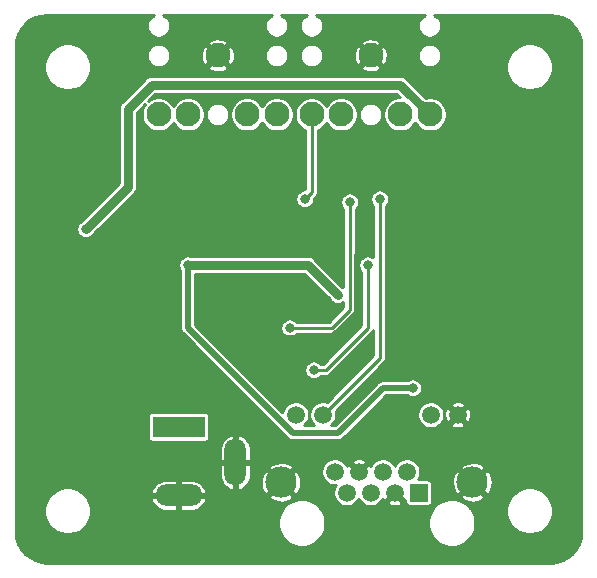
<source format=gbr>
%TF.GenerationSoftware,KiCad,Pcbnew,5.1.9-73d0e3b20d~88~ubuntu18.04.1*%
%TF.CreationDate,2021-03-21T00:17:26-07:00*%
%TF.ProjectId,ir-repeater-booster,69722d72-6570-4656-9174-65722d626f6f,1.1.0*%
%TF.SameCoordinates,Original*%
%TF.FileFunction,Copper,L2,Bot*%
%TF.FilePolarity,Positive*%
%FSLAX46Y46*%
G04 Gerber Fmt 4.6, Leading zero omitted, Abs format (unit mm)*
G04 Created by KiCad (PCBNEW 5.1.9-73d0e3b20d~88~ubuntu18.04.1) date 2021-03-21 00:17:26*
%MOMM*%
%LPD*%
G01*
G04 APERTURE LIST*
%TA.AperFunction,ComponentPad*%
%ADD10C,2.100000*%
%TD*%
%TA.AperFunction,ComponentPad*%
%ADD11R,4.400000X1.800000*%
%TD*%
%TA.AperFunction,ComponentPad*%
%ADD12O,4.000000X1.800000*%
%TD*%
%TA.AperFunction,ComponentPad*%
%ADD13O,1.800000X4.000000*%
%TD*%
%TA.AperFunction,ComponentPad*%
%ADD14C,1.499000*%
%TD*%
%TA.AperFunction,ComponentPad*%
%ADD15C,2.642000*%
%TD*%
%TA.AperFunction,ComponentPad*%
%ADD16R,1.499000X1.499000*%
%TD*%
%TA.AperFunction,ViaPad*%
%ADD17C,0.800000*%
%TD*%
%TA.AperFunction,Conductor*%
%ADD18C,0.500000*%
%TD*%
%TA.AperFunction,Conductor*%
%ADD19C,0.750000*%
%TD*%
%TA.AperFunction,Conductor*%
%ADD20C,0.270000*%
%TD*%
%TA.AperFunction,Conductor*%
%ADD21C,0.100000*%
%TD*%
G04 APERTURE END LIST*
D10*
%TO.P,RX1,5*%
%TO.N,/RXOUT*%
X74244000Y-58900000D03*
%TO.P,RX1,4*%
%TO.N,N/C*%
X76737000Y-58900000D03*
%TO.P,RX1,3*%
X81737000Y-58900000D03*
%TO.P,RX1,2*%
X84252000Y-58900000D03*
%TO.P,RX1,1*%
%TO.N,GND*%
X79248000Y-53900000D03*
%TD*%
%TO.P,TX1,5*%
%TO.N,Net-(R1-Pad2)*%
X87196000Y-58900000D03*
%TO.P,TX1,4*%
%TO.N,N/C*%
X89689000Y-58900000D03*
%TO.P,TX1,3*%
X94689000Y-58900000D03*
%TO.P,TX1,2*%
%TO.N,+5V*%
X97204000Y-58900000D03*
%TO.P,TX1,1*%
%TO.N,GND*%
X92200000Y-53900000D03*
%TD*%
D11*
%TO.P,J1,1*%
%TO.N,Net-(D1-Pad2)*%
X75946000Y-85344000D03*
D12*
%TO.P,J1,2*%
%TO.N,GND*%
X75946000Y-91144000D03*
D13*
%TO.P,J1,3*%
X80746000Y-88344000D03*
%TD*%
D14*
%TO.P,J2,10*%
%TO.N,/GLED_A*%
X97279000Y-84331000D03*
%TO.P,J2,9*%
%TO.N,GND*%
X99571000Y-84331000D03*
%TO.P,J2,12*%
%TO.N,/YLED_A*%
X85849000Y-84331000D03*
%TO.P,J2,11*%
%TO.N,/YLED_C*%
X88141000Y-84331000D03*
%TO.P,J2,6*%
%TO.N,GND*%
X91186000Y-89149000D03*
D15*
%TO.P,J2,SH*%
X84607000Y-90040000D03*
X100813000Y-90040000D03*
D14*
%TO.P,J2,7*%
%TO.N,+12V*%
X90170000Y-90929000D03*
%TO.P,J2,2*%
%TO.N,/485-*%
X95250000Y-89149000D03*
%TO.P,J2,4*%
%TO.N,N/C*%
X93218000Y-89149000D03*
%TO.P,J2,3*%
%TO.N,GND*%
X94234000Y-90929000D03*
%TO.P,J2,5*%
%TO.N,N/C*%
X92202000Y-90929000D03*
D16*
%TO.P,J2,1*%
%TO.N,/485+*%
X96266000Y-90929000D03*
D14*
%TO.P,J2,8*%
%TO.N,+12V*%
X89154000Y-89149000D03*
%TD*%
D17*
%TO.N,GND*%
X69342000Y-77724000D03*
X69596000Y-74930000D03*
X76708000Y-78486000D03*
X85090000Y-69596000D03*
X81280000Y-69088000D03*
X80264000Y-74422000D03*
X91440000Y-70358000D03*
X88392000Y-71628000D03*
%TO.N,+5V*%
X68072000Y-68580000D03*
%TO.N,+3V3*%
X89408000Y-74168000D03*
X76708000Y-71628000D03*
X95758000Y-82042000D03*
%TO.N,/YLED_C*%
X92964000Y-66040000D03*
%TO.N,/TXD*%
X90424000Y-66294000D03*
X85344000Y-76962000D03*
%TO.N,/DE*%
X91948000Y-71628000D03*
X87376000Y-80518000D03*
%TO.N,Net-(R1-Pad2)*%
X86614000Y-66040000D03*
%TD*%
D18*
%TO.N,GND*%
X85090000Y-69596000D02*
X84328000Y-68834000D01*
X84328000Y-68834000D02*
X81534000Y-68834000D01*
X81534000Y-68834000D02*
X81280000Y-69088000D01*
X91009010Y-70788990D02*
X91440000Y-70358000D01*
X91009010Y-75680319D02*
X91009010Y-70788990D01*
X88877328Y-77812001D02*
X91009010Y-75680319D01*
X80264000Y-74422000D02*
X83654001Y-77812001D01*
X83654001Y-77812001D02*
X88877328Y-77812001D01*
X85090000Y-69596000D02*
X86360000Y-69596000D01*
X86360000Y-69596000D02*
X88392000Y-71628000D01*
D19*
%TO.N,+5V*%
X68072000Y-68580000D02*
X71628000Y-65024000D01*
X71628000Y-65024000D02*
X71628000Y-58420000D01*
X71628000Y-58420000D02*
X73660000Y-56388000D01*
X94692000Y-56388000D02*
X97204000Y-58900000D01*
X73660000Y-56388000D02*
X94692000Y-56388000D01*
%TO.N,+3V3*%
X89408000Y-74168000D02*
X86868000Y-71628000D01*
X86868000Y-71628000D02*
X76708000Y-71628000D01*
D18*
X95758000Y-82042000D02*
X93218000Y-82042000D01*
X93218000Y-82042000D02*
X89408000Y-85852000D01*
X76708000Y-76965262D02*
X76708000Y-71628000D01*
X85594738Y-85852000D02*
X76708000Y-76965262D01*
X89408000Y-85852000D02*
X85594738Y-85852000D01*
D20*
%TO.N,/YLED_C*%
X92964000Y-79508000D02*
X88141000Y-84331000D01*
X92964000Y-66040000D02*
X92964000Y-79508000D01*
%TO.N,/TXD*%
X90424000Y-66294000D02*
X90424000Y-74239802D01*
X90424000Y-74239802D02*
X90424000Y-75438000D01*
X90424000Y-75438000D02*
X88900000Y-76962000D01*
X88900000Y-76962000D02*
X85344000Y-76962000D01*
%TO.N,/DE*%
X91948000Y-71628000D02*
X91948000Y-75946000D01*
X91948000Y-75946000D02*
X91948000Y-76962000D01*
X91948000Y-76962000D02*
X88392000Y-80518000D01*
X88392000Y-80518000D02*
X87376000Y-80518000D01*
%TO.N,Net-(R1-Pad2)*%
X87196000Y-58900000D02*
X87196000Y-65458000D01*
X87196000Y-65458000D02*
X86614000Y-66040000D01*
%TD*%
%TO.N,GND*%
X73779533Y-50523560D02*
X73617549Y-50631794D01*
X73479794Y-50769549D01*
X73371560Y-50931533D01*
X73297007Y-51111519D01*
X73259000Y-51302592D01*
X73259000Y-51497408D01*
X73297007Y-51688481D01*
X73371560Y-51868467D01*
X73479794Y-52030451D01*
X73617549Y-52168206D01*
X73779533Y-52276440D01*
X73959519Y-52350993D01*
X74150592Y-52389000D01*
X74345408Y-52389000D01*
X74536481Y-52350993D01*
X74716467Y-52276440D01*
X74878451Y-52168206D01*
X75016206Y-52030451D01*
X75124440Y-51868467D01*
X75198993Y-51688481D01*
X75237000Y-51497408D01*
X75237000Y-51302592D01*
X75198993Y-51111519D01*
X75124440Y-50931533D01*
X75016206Y-50769549D01*
X74878451Y-50631794D01*
X74716467Y-50523560D01*
X74604062Y-50477000D01*
X83891938Y-50477000D01*
X83779533Y-50523560D01*
X83617549Y-50631794D01*
X83479794Y-50769549D01*
X83371560Y-50931533D01*
X83297007Y-51111519D01*
X83259000Y-51302592D01*
X83259000Y-51497408D01*
X83297007Y-51688481D01*
X83371560Y-51868467D01*
X83479794Y-52030451D01*
X83617549Y-52168206D01*
X83779533Y-52276440D01*
X83959519Y-52350993D01*
X84150592Y-52389000D01*
X84345408Y-52389000D01*
X84536481Y-52350993D01*
X84716467Y-52276440D01*
X84878451Y-52168206D01*
X85016206Y-52030451D01*
X85124440Y-51868467D01*
X85198993Y-51688481D01*
X85237000Y-51497408D01*
X85237000Y-51302592D01*
X85198993Y-51111519D01*
X85124440Y-50931533D01*
X85016206Y-50769549D01*
X84878451Y-50631794D01*
X84716467Y-50523560D01*
X84604062Y-50477000D01*
X86843938Y-50477000D01*
X86731533Y-50523560D01*
X86569549Y-50631794D01*
X86431794Y-50769549D01*
X86323560Y-50931533D01*
X86249007Y-51111519D01*
X86211000Y-51302592D01*
X86211000Y-51497408D01*
X86249007Y-51688481D01*
X86323560Y-51868467D01*
X86431794Y-52030451D01*
X86569549Y-52168206D01*
X86731533Y-52276440D01*
X86911519Y-52350993D01*
X87102592Y-52389000D01*
X87297408Y-52389000D01*
X87488481Y-52350993D01*
X87668467Y-52276440D01*
X87830451Y-52168206D01*
X87968206Y-52030451D01*
X88076440Y-51868467D01*
X88150993Y-51688481D01*
X88189000Y-51497408D01*
X88189000Y-51302592D01*
X88150993Y-51111519D01*
X88076440Y-50931533D01*
X87968206Y-50769549D01*
X87830451Y-50631794D01*
X87668467Y-50523560D01*
X87556062Y-50477000D01*
X96843938Y-50477000D01*
X96731533Y-50523560D01*
X96569549Y-50631794D01*
X96431794Y-50769549D01*
X96323560Y-50931533D01*
X96249007Y-51111519D01*
X96211000Y-51302592D01*
X96211000Y-51497408D01*
X96249007Y-51688481D01*
X96323560Y-51868467D01*
X96431794Y-52030451D01*
X96569549Y-52168206D01*
X96731533Y-52276440D01*
X96911519Y-52350993D01*
X97102592Y-52389000D01*
X97297408Y-52389000D01*
X97488481Y-52350993D01*
X97668467Y-52276440D01*
X97830451Y-52168206D01*
X97968206Y-52030451D01*
X98076440Y-51868467D01*
X98150993Y-51688481D01*
X98189000Y-51497408D01*
X98189000Y-51302592D01*
X98150993Y-51111519D01*
X98076440Y-50931533D01*
X97968206Y-50769549D01*
X97830451Y-50631794D01*
X97668467Y-50523560D01*
X97556062Y-50477000D01*
X107420527Y-50477000D01*
X107948350Y-50528754D01*
X108435410Y-50675806D01*
X108884632Y-50914661D01*
X109278910Y-51236226D01*
X109603213Y-51628241D01*
X109845201Y-52075789D01*
X109995649Y-52561809D01*
X110051001Y-53088442D01*
X110051000Y-94212527D01*
X109999246Y-94740350D01*
X109852194Y-95227410D01*
X109613338Y-95676634D01*
X109291774Y-96070910D01*
X108899759Y-96395213D01*
X108452211Y-96637201D01*
X107966190Y-96787649D01*
X107439569Y-96843000D01*
X64791473Y-96843000D01*
X64263650Y-96791246D01*
X63776590Y-96644194D01*
X63327366Y-96405338D01*
X62933090Y-96083774D01*
X62608787Y-95691759D01*
X62366799Y-95244211D01*
X62216351Y-94758190D01*
X62161000Y-94231569D01*
X62161000Y-92260101D01*
X64559000Y-92260101D01*
X64559000Y-92651899D01*
X64635436Y-93036170D01*
X64785371Y-93398145D01*
X65003043Y-93723914D01*
X65280086Y-94000957D01*
X65605855Y-94218629D01*
X65967830Y-94368564D01*
X66352101Y-94445000D01*
X66743899Y-94445000D01*
X67128170Y-94368564D01*
X67490145Y-94218629D01*
X67815914Y-94000957D01*
X68092957Y-93723914D01*
X68310629Y-93398145D01*
X68363444Y-93270638D01*
X84346000Y-93270638D01*
X84346000Y-93667362D01*
X84423397Y-94056462D01*
X84575216Y-94422987D01*
X84795624Y-94752850D01*
X85076150Y-95033376D01*
X85406013Y-95253784D01*
X85772538Y-95405603D01*
X86161638Y-95483000D01*
X86558362Y-95483000D01*
X86947462Y-95405603D01*
X87313987Y-95253784D01*
X87643850Y-95033376D01*
X87924376Y-94752850D01*
X88144784Y-94422987D01*
X88296603Y-94056462D01*
X88374000Y-93667362D01*
X88374000Y-93270638D01*
X97046000Y-93270638D01*
X97046000Y-93667362D01*
X97123397Y-94056462D01*
X97275216Y-94422987D01*
X97495624Y-94752850D01*
X97776150Y-95033376D01*
X98106013Y-95253784D01*
X98472538Y-95405603D01*
X98861638Y-95483000D01*
X99258362Y-95483000D01*
X99647462Y-95405603D01*
X100013987Y-95253784D01*
X100343850Y-95033376D01*
X100624376Y-94752850D01*
X100844784Y-94422987D01*
X100996603Y-94056462D01*
X101074000Y-93667362D01*
X101074000Y-93270638D01*
X100996603Y-92881538D01*
X100844784Y-92515013D01*
X100674457Y-92260101D01*
X103675000Y-92260101D01*
X103675000Y-92651899D01*
X103751436Y-93036170D01*
X103901371Y-93398145D01*
X104119043Y-93723914D01*
X104396086Y-94000957D01*
X104721855Y-94218629D01*
X105083830Y-94368564D01*
X105468101Y-94445000D01*
X105859899Y-94445000D01*
X106244170Y-94368564D01*
X106606145Y-94218629D01*
X106931914Y-94000957D01*
X107208957Y-93723914D01*
X107426629Y-93398145D01*
X107576564Y-93036170D01*
X107653000Y-92651899D01*
X107653000Y-92260101D01*
X107576564Y-91875830D01*
X107426629Y-91513855D01*
X107208957Y-91188086D01*
X106931914Y-90911043D01*
X106606145Y-90693371D01*
X106244170Y-90543436D01*
X105859899Y-90467000D01*
X105468101Y-90467000D01*
X105083830Y-90543436D01*
X104721855Y-90693371D01*
X104396086Y-90911043D01*
X104119043Y-91188086D01*
X103901371Y-91513855D01*
X103751436Y-91875830D01*
X103675000Y-92260101D01*
X100674457Y-92260101D01*
X100624376Y-92185150D01*
X100343850Y-91904624D01*
X100013987Y-91684216D01*
X99647462Y-91532397D01*
X99258362Y-91455000D01*
X98861638Y-91455000D01*
X98472538Y-91532397D01*
X98106013Y-91684216D01*
X97776150Y-91904624D01*
X97495624Y-92185150D01*
X97275216Y-92515013D01*
X97123397Y-92881538D01*
X97046000Y-93270638D01*
X88374000Y-93270638D01*
X88296603Y-92881538D01*
X88144784Y-92515013D01*
X87924376Y-92185150D01*
X87643850Y-91904624D01*
X87313987Y-91684216D01*
X86947462Y-91532397D01*
X86558362Y-91455000D01*
X86161638Y-91455000D01*
X85772538Y-91532397D01*
X85406013Y-91684216D01*
X85076150Y-91904624D01*
X84795624Y-92185150D01*
X84575216Y-92515013D01*
X84423397Y-92881538D01*
X84346000Y-93270638D01*
X68363444Y-93270638D01*
X68460564Y-93036170D01*
X68537000Y-92651899D01*
X68537000Y-92260101D01*
X68460564Y-91875830D01*
X68310629Y-91513855D01*
X68276194Y-91462318D01*
X73596923Y-91462318D01*
X73609580Y-91527336D01*
X73708123Y-91761184D01*
X73850394Y-91971314D01*
X74030925Y-92149651D01*
X74242779Y-92289341D01*
X74477815Y-92385016D01*
X74727000Y-92433000D01*
X75827000Y-92433000D01*
X75827000Y-91263000D01*
X76065000Y-91263000D01*
X76065000Y-92433000D01*
X77165000Y-92433000D01*
X77414185Y-92385016D01*
X77649221Y-92289341D01*
X77861075Y-92149651D01*
X78041606Y-91971314D01*
X78183877Y-91761184D01*
X78282420Y-91527336D01*
X78295077Y-91462318D01*
X78233157Y-91267290D01*
X83548002Y-91267290D01*
X83695722Y-91496721D01*
X83997424Y-91646513D01*
X84322552Y-91734566D01*
X84658611Y-91757498D01*
X84992686Y-91714428D01*
X85311940Y-91607011D01*
X85518278Y-91496721D01*
X85665998Y-91267290D01*
X84607000Y-90208291D01*
X83548002Y-91267290D01*
X78233157Y-91267290D01*
X78231794Y-91263000D01*
X76065000Y-91263000D01*
X75827000Y-91263000D01*
X73660206Y-91263000D01*
X73596923Y-91462318D01*
X68276194Y-91462318D01*
X68092957Y-91188086D01*
X67815914Y-90911043D01*
X67688163Y-90825682D01*
X73596923Y-90825682D01*
X73660206Y-91025000D01*
X75827000Y-91025000D01*
X75827000Y-89855000D01*
X76065000Y-89855000D01*
X76065000Y-91025000D01*
X78231794Y-91025000D01*
X78295077Y-90825682D01*
X78282420Y-90760664D01*
X78183877Y-90526816D01*
X78041606Y-90316686D01*
X77861075Y-90138349D01*
X77649221Y-89998659D01*
X77414185Y-89902984D01*
X77165000Y-89855000D01*
X76065000Y-89855000D01*
X75827000Y-89855000D01*
X74727000Y-89855000D01*
X74477815Y-89902984D01*
X74242779Y-89998659D01*
X74030925Y-90138349D01*
X73850394Y-90316686D01*
X73708123Y-90526816D01*
X73609580Y-90760664D01*
X73596923Y-90825682D01*
X67688163Y-90825682D01*
X67490145Y-90693371D01*
X67128170Y-90543436D01*
X66743899Y-90467000D01*
X66352101Y-90467000D01*
X65967830Y-90543436D01*
X65605855Y-90693371D01*
X65280086Y-90911043D01*
X65003043Y-91188086D01*
X64785371Y-91513855D01*
X64635436Y-91875830D01*
X64559000Y-92260101D01*
X62161000Y-92260101D01*
X62161000Y-88463000D01*
X79457000Y-88463000D01*
X79457000Y-89563000D01*
X79504984Y-89812185D01*
X79600659Y-90047221D01*
X79740349Y-90259075D01*
X79918686Y-90439606D01*
X80128816Y-90581877D01*
X80362664Y-90680420D01*
X80427682Y-90693077D01*
X80627000Y-90629794D01*
X80627000Y-88463000D01*
X80865000Y-88463000D01*
X80865000Y-90629794D01*
X81064318Y-90693077D01*
X81129336Y-90680420D01*
X81363184Y-90581877D01*
X81573314Y-90439606D01*
X81751651Y-90259075D01*
X81862071Y-90091611D01*
X82889502Y-90091611D01*
X82932572Y-90425686D01*
X83039989Y-90744940D01*
X83150279Y-90951278D01*
X83379710Y-91098998D01*
X84438709Y-90040000D01*
X84775291Y-90040000D01*
X85834290Y-91098998D01*
X86063721Y-90951278D01*
X86213513Y-90649576D01*
X86301566Y-90324448D01*
X86324498Y-89988389D01*
X86281428Y-89654314D01*
X86174011Y-89335060D01*
X86063721Y-89128722D01*
X85921059Y-89036868D01*
X88015500Y-89036868D01*
X88015500Y-89261132D01*
X88059252Y-89481088D01*
X88145074Y-89688282D01*
X88269669Y-89874752D01*
X88428248Y-90033331D01*
X88614718Y-90157926D01*
X88821912Y-90243748D01*
X89041868Y-90287500D01*
X89229374Y-90287500D01*
X89161074Y-90389718D01*
X89075252Y-90596912D01*
X89031500Y-90816868D01*
X89031500Y-91041132D01*
X89075252Y-91261088D01*
X89161074Y-91468282D01*
X89285669Y-91654752D01*
X89444248Y-91813331D01*
X89630718Y-91937926D01*
X89837912Y-92023748D01*
X90057868Y-92067500D01*
X90282132Y-92067500D01*
X90502088Y-92023748D01*
X90709282Y-91937926D01*
X90895752Y-91813331D01*
X91054331Y-91654752D01*
X91178926Y-91468282D01*
X91186000Y-91451204D01*
X91193074Y-91468282D01*
X91317669Y-91654752D01*
X91476248Y-91813331D01*
X91662718Y-91937926D01*
X91869912Y-92023748D01*
X92089868Y-92067500D01*
X92314132Y-92067500D01*
X92534088Y-92023748D01*
X92741282Y-91937926D01*
X92927752Y-91813331D01*
X92992565Y-91748518D01*
X93582774Y-91748518D01*
X93661490Y-91919449D01*
X93865717Y-92012109D01*
X94084098Y-92063146D01*
X94308238Y-92070598D01*
X94529526Y-92034179D01*
X94739457Y-91955289D01*
X94806510Y-91919449D01*
X94885226Y-91748518D01*
X94234000Y-91097291D01*
X93582774Y-91748518D01*
X92992565Y-91748518D01*
X93086331Y-91654752D01*
X93210926Y-91468282D01*
X93217416Y-91452614D01*
X93243551Y-91501510D01*
X93414482Y-91580226D01*
X94065709Y-90929000D01*
X94051566Y-90914858D01*
X94219858Y-90746566D01*
X94234000Y-90760709D01*
X94248142Y-90746566D01*
X94416434Y-90914858D01*
X94402291Y-90929000D01*
X95053518Y-91580226D01*
X95125618Y-91547023D01*
X95125618Y-91678500D01*
X95133129Y-91754757D01*
X95155372Y-91828084D01*
X95191493Y-91895662D01*
X95240105Y-91954895D01*
X95299338Y-92003507D01*
X95366916Y-92039628D01*
X95440243Y-92061871D01*
X95516500Y-92069382D01*
X97015500Y-92069382D01*
X97091757Y-92061871D01*
X97165084Y-92039628D01*
X97232662Y-92003507D01*
X97291895Y-91954895D01*
X97340507Y-91895662D01*
X97376628Y-91828084D01*
X97398871Y-91754757D01*
X97406382Y-91678500D01*
X97406382Y-91267290D01*
X99754002Y-91267290D01*
X99901722Y-91496721D01*
X100203424Y-91646513D01*
X100528552Y-91734566D01*
X100864611Y-91757498D01*
X101198686Y-91714428D01*
X101517940Y-91607011D01*
X101724278Y-91496721D01*
X101871998Y-91267290D01*
X100813000Y-90208291D01*
X99754002Y-91267290D01*
X97406382Y-91267290D01*
X97406382Y-90179500D01*
X97398871Y-90103243D01*
X97395343Y-90091611D01*
X99095502Y-90091611D01*
X99138572Y-90425686D01*
X99245989Y-90744940D01*
X99356279Y-90951278D01*
X99585710Y-91098998D01*
X100644709Y-90040000D01*
X100981291Y-90040000D01*
X102040290Y-91098998D01*
X102269721Y-90951278D01*
X102419513Y-90649576D01*
X102507566Y-90324448D01*
X102530498Y-89988389D01*
X102487428Y-89654314D01*
X102380011Y-89335060D01*
X102269721Y-89128722D01*
X102040290Y-88981002D01*
X100981291Y-90040000D01*
X100644709Y-90040000D01*
X99585710Y-88981002D01*
X99356279Y-89128722D01*
X99206487Y-89430424D01*
X99118434Y-89755552D01*
X99095502Y-90091611D01*
X97395343Y-90091611D01*
X97376628Y-90029916D01*
X97340507Y-89962338D01*
X97291895Y-89903105D01*
X97232662Y-89854493D01*
X97165084Y-89818372D01*
X97091757Y-89796129D01*
X97015500Y-89788618D01*
X96191884Y-89788618D01*
X96258926Y-89688282D01*
X96344748Y-89481088D01*
X96388500Y-89261132D01*
X96388500Y-89036868D01*
X96344748Y-88816912D01*
X96343008Y-88812710D01*
X99754002Y-88812710D01*
X100813000Y-89871709D01*
X101871998Y-88812710D01*
X101724278Y-88583279D01*
X101422576Y-88433487D01*
X101097448Y-88345434D01*
X100761389Y-88322502D01*
X100427314Y-88365572D01*
X100108060Y-88472989D01*
X99901722Y-88583279D01*
X99754002Y-88812710D01*
X96343008Y-88812710D01*
X96258926Y-88609718D01*
X96134331Y-88423248D01*
X95975752Y-88264669D01*
X95789282Y-88140074D01*
X95582088Y-88054252D01*
X95362132Y-88010500D01*
X95137868Y-88010500D01*
X94917912Y-88054252D01*
X94710718Y-88140074D01*
X94524248Y-88264669D01*
X94365669Y-88423248D01*
X94241074Y-88609718D01*
X94234000Y-88626796D01*
X94226926Y-88609718D01*
X94102331Y-88423248D01*
X93943752Y-88264669D01*
X93757282Y-88140074D01*
X93550088Y-88054252D01*
X93330132Y-88010500D01*
X93105868Y-88010500D01*
X92885912Y-88054252D01*
X92678718Y-88140074D01*
X92492248Y-88264669D01*
X92333669Y-88423248D01*
X92209074Y-88609718D01*
X92202584Y-88625386D01*
X92176449Y-88576490D01*
X92005518Y-88497774D01*
X91354291Y-89149000D01*
X91368434Y-89163142D01*
X91200142Y-89331434D01*
X91186000Y-89317291D01*
X91171858Y-89331434D01*
X91003566Y-89163142D01*
X91017709Y-89149000D01*
X90366482Y-88497774D01*
X90195551Y-88576490D01*
X90171301Y-88629938D01*
X90162926Y-88609718D01*
X90038331Y-88423248D01*
X89944565Y-88329482D01*
X90534774Y-88329482D01*
X91186000Y-88980709D01*
X91837226Y-88329482D01*
X91758510Y-88158551D01*
X91554283Y-88065891D01*
X91335902Y-88014854D01*
X91111762Y-88007402D01*
X90890474Y-88043821D01*
X90680543Y-88122711D01*
X90613490Y-88158551D01*
X90534774Y-88329482D01*
X89944565Y-88329482D01*
X89879752Y-88264669D01*
X89693282Y-88140074D01*
X89486088Y-88054252D01*
X89266132Y-88010500D01*
X89041868Y-88010500D01*
X88821912Y-88054252D01*
X88614718Y-88140074D01*
X88428248Y-88264669D01*
X88269669Y-88423248D01*
X88145074Y-88609718D01*
X88059252Y-88816912D01*
X88015500Y-89036868D01*
X85921059Y-89036868D01*
X85834290Y-88981002D01*
X84775291Y-90040000D01*
X84438709Y-90040000D01*
X83379710Y-88981002D01*
X83150279Y-89128722D01*
X83000487Y-89430424D01*
X82912434Y-89755552D01*
X82889502Y-90091611D01*
X81862071Y-90091611D01*
X81891341Y-90047221D01*
X81987016Y-89812185D01*
X82035000Y-89563000D01*
X82035000Y-88812710D01*
X83548002Y-88812710D01*
X84607000Y-89871709D01*
X85665998Y-88812710D01*
X85518278Y-88583279D01*
X85216576Y-88433487D01*
X84891448Y-88345434D01*
X84555389Y-88322502D01*
X84221314Y-88365572D01*
X83902060Y-88472989D01*
X83695722Y-88583279D01*
X83548002Y-88812710D01*
X82035000Y-88812710D01*
X82035000Y-88463000D01*
X80865000Y-88463000D01*
X80627000Y-88463000D01*
X79457000Y-88463000D01*
X62161000Y-88463000D01*
X62161000Y-87125000D01*
X79457000Y-87125000D01*
X79457000Y-88225000D01*
X80627000Y-88225000D01*
X80627000Y-86058206D01*
X80865000Y-86058206D01*
X80865000Y-88225000D01*
X82035000Y-88225000D01*
X82035000Y-87125000D01*
X81987016Y-86875815D01*
X81891341Y-86640779D01*
X81751651Y-86428925D01*
X81573314Y-86248394D01*
X81363184Y-86106123D01*
X81129336Y-86007580D01*
X81064318Y-85994923D01*
X80865000Y-86058206D01*
X80627000Y-86058206D01*
X80427682Y-85994923D01*
X80362664Y-86007580D01*
X80128816Y-86106123D01*
X79918686Y-86248394D01*
X79740349Y-86428925D01*
X79600659Y-86640779D01*
X79504984Y-86875815D01*
X79457000Y-87125000D01*
X62161000Y-87125000D01*
X62161000Y-84444000D01*
X73355118Y-84444000D01*
X73355118Y-86244000D01*
X73362629Y-86320257D01*
X73384872Y-86393584D01*
X73420993Y-86461162D01*
X73469605Y-86520395D01*
X73528838Y-86569007D01*
X73596416Y-86605128D01*
X73669743Y-86627371D01*
X73746000Y-86634882D01*
X78146000Y-86634882D01*
X78222257Y-86627371D01*
X78295584Y-86605128D01*
X78363162Y-86569007D01*
X78422395Y-86520395D01*
X78471007Y-86461162D01*
X78507128Y-86393584D01*
X78529371Y-86320257D01*
X78536882Y-86244000D01*
X78536882Y-84444000D01*
X78529371Y-84367743D01*
X78507128Y-84294416D01*
X78471007Y-84226838D01*
X78422395Y-84167605D01*
X78363162Y-84118993D01*
X78295584Y-84082872D01*
X78222257Y-84060629D01*
X78146000Y-84053118D01*
X73746000Y-84053118D01*
X73669743Y-84060629D01*
X73596416Y-84082872D01*
X73528838Y-84118993D01*
X73469605Y-84167605D01*
X73420993Y-84226838D01*
X73384872Y-84294416D01*
X73362629Y-84367743D01*
X73355118Y-84444000D01*
X62161000Y-84444000D01*
X62161000Y-71550290D01*
X75919000Y-71550290D01*
X75919000Y-71705710D01*
X75949320Y-71858143D01*
X76008797Y-72001732D01*
X76069001Y-72091834D01*
X76069000Y-76933880D01*
X76065909Y-76965262D01*
X76069000Y-76996643D01*
X76078247Y-77090527D01*
X76114785Y-77210979D01*
X76174121Y-77321988D01*
X76253973Y-77419289D01*
X76278359Y-77439302D01*
X85120707Y-86281652D01*
X85140711Y-86306027D01*
X85238011Y-86385879D01*
X85349020Y-86445215D01*
X85469472Y-86481753D01*
X85563356Y-86491000D01*
X85563362Y-86491000D01*
X85594737Y-86494090D01*
X85626112Y-86491000D01*
X89376618Y-86491000D01*
X89408000Y-86494091D01*
X89439382Y-86491000D01*
X89533266Y-86481753D01*
X89653718Y-86445215D01*
X89764727Y-86385879D01*
X89862027Y-86306027D01*
X89882040Y-86281641D01*
X91944813Y-84218868D01*
X96140500Y-84218868D01*
X96140500Y-84443132D01*
X96184252Y-84663088D01*
X96270074Y-84870282D01*
X96394669Y-85056752D01*
X96553248Y-85215331D01*
X96739718Y-85339926D01*
X96946912Y-85425748D01*
X97166868Y-85469500D01*
X97391132Y-85469500D01*
X97611088Y-85425748D01*
X97818282Y-85339926D01*
X98004752Y-85215331D01*
X98069565Y-85150518D01*
X98919774Y-85150518D01*
X98998490Y-85321449D01*
X99202717Y-85414109D01*
X99421098Y-85465146D01*
X99645238Y-85472598D01*
X99866526Y-85436179D01*
X100076457Y-85357289D01*
X100143510Y-85321449D01*
X100222226Y-85150518D01*
X99571000Y-84499291D01*
X98919774Y-85150518D01*
X98069565Y-85150518D01*
X98163331Y-85056752D01*
X98287926Y-84870282D01*
X98373748Y-84663088D01*
X98417500Y-84443132D01*
X98417500Y-84405238D01*
X98429402Y-84405238D01*
X98465821Y-84626526D01*
X98544711Y-84836457D01*
X98580551Y-84903510D01*
X98751482Y-84982226D01*
X99402709Y-84331000D01*
X99739291Y-84331000D01*
X100390518Y-84982226D01*
X100561449Y-84903510D01*
X100654109Y-84699283D01*
X100705146Y-84480902D01*
X100712598Y-84256762D01*
X100676179Y-84035474D01*
X100597289Y-83825543D01*
X100561449Y-83758490D01*
X100390518Y-83679774D01*
X99739291Y-84331000D01*
X99402709Y-84331000D01*
X98751482Y-83679774D01*
X98580551Y-83758490D01*
X98487891Y-83962717D01*
X98436854Y-84181098D01*
X98429402Y-84405238D01*
X98417500Y-84405238D01*
X98417500Y-84218868D01*
X98373748Y-83998912D01*
X98287926Y-83791718D01*
X98163331Y-83605248D01*
X98069565Y-83511482D01*
X98919774Y-83511482D01*
X99571000Y-84162709D01*
X100222226Y-83511482D01*
X100143510Y-83340551D01*
X99939283Y-83247891D01*
X99720902Y-83196854D01*
X99496762Y-83189402D01*
X99275474Y-83225821D01*
X99065543Y-83304711D01*
X98998490Y-83340551D01*
X98919774Y-83511482D01*
X98069565Y-83511482D01*
X98004752Y-83446669D01*
X97818282Y-83322074D01*
X97611088Y-83236252D01*
X97391132Y-83192500D01*
X97166868Y-83192500D01*
X96946912Y-83236252D01*
X96739718Y-83322074D01*
X96553248Y-83446669D01*
X96394669Y-83605248D01*
X96270074Y-83791718D01*
X96184252Y-83998912D01*
X96140500Y-84218868D01*
X91944813Y-84218868D01*
X93482682Y-82681000D01*
X95294168Y-82681000D01*
X95384268Y-82741203D01*
X95527857Y-82800680D01*
X95680290Y-82831000D01*
X95835710Y-82831000D01*
X95988143Y-82800680D01*
X96131732Y-82741203D01*
X96260958Y-82654857D01*
X96370857Y-82544958D01*
X96457203Y-82415732D01*
X96516680Y-82272143D01*
X96547000Y-82119710D01*
X96547000Y-81964290D01*
X96516680Y-81811857D01*
X96457203Y-81668268D01*
X96370857Y-81539042D01*
X96260958Y-81429143D01*
X96131732Y-81342797D01*
X95988143Y-81283320D01*
X95835710Y-81253000D01*
X95680290Y-81253000D01*
X95527857Y-81283320D01*
X95384268Y-81342797D01*
X95294168Y-81403000D01*
X93249382Y-81403000D01*
X93218000Y-81399909D01*
X93186618Y-81403000D01*
X93092734Y-81412247D01*
X92972282Y-81448785D01*
X92861273Y-81508121D01*
X92763973Y-81587973D01*
X92743964Y-81612354D01*
X89143319Y-85213000D01*
X88869083Y-85213000D01*
X89025331Y-85056752D01*
X89149926Y-84870282D01*
X89235748Y-84663088D01*
X89279500Y-84443132D01*
X89279500Y-84218868D01*
X89235748Y-83998912D01*
X89229418Y-83983629D01*
X93316328Y-79896720D01*
X93336316Y-79880316D01*
X93352720Y-79860328D01*
X93352724Y-79860324D01*
X93401798Y-79800528D01*
X93450454Y-79709497D01*
X93450455Y-79709496D01*
X93480418Y-79610722D01*
X93488000Y-79533739D01*
X93488000Y-79533730D01*
X93490534Y-79508001D01*
X93488000Y-79482272D01*
X93488000Y-66631815D01*
X93576857Y-66542958D01*
X93663203Y-66413732D01*
X93722680Y-66270143D01*
X93753000Y-66117710D01*
X93753000Y-65962290D01*
X93722680Y-65809857D01*
X93663203Y-65666268D01*
X93576857Y-65537042D01*
X93466958Y-65427143D01*
X93337732Y-65340797D01*
X93194143Y-65281320D01*
X93041710Y-65251000D01*
X92886290Y-65251000D01*
X92733857Y-65281320D01*
X92590268Y-65340797D01*
X92461042Y-65427143D01*
X92351143Y-65537042D01*
X92264797Y-65666268D01*
X92205320Y-65809857D01*
X92175000Y-65962290D01*
X92175000Y-66117710D01*
X92205320Y-66270143D01*
X92264797Y-66413732D01*
X92351143Y-66542958D01*
X92440000Y-66631815D01*
X92440000Y-71007821D01*
X92321732Y-70928797D01*
X92178143Y-70869320D01*
X92025710Y-70839000D01*
X91870290Y-70839000D01*
X91717857Y-70869320D01*
X91574268Y-70928797D01*
X91445042Y-71015143D01*
X91335143Y-71125042D01*
X91248797Y-71254268D01*
X91189320Y-71397857D01*
X91159000Y-71550290D01*
X91159000Y-71705710D01*
X91189320Y-71858143D01*
X91248797Y-72001732D01*
X91335143Y-72130958D01*
X91424000Y-72219815D01*
X91424001Y-75920252D01*
X91424000Y-75920262D01*
X91424001Y-76744951D01*
X88174953Y-79994000D01*
X87967815Y-79994000D01*
X87878958Y-79905143D01*
X87749732Y-79818797D01*
X87606143Y-79759320D01*
X87453710Y-79729000D01*
X87298290Y-79729000D01*
X87145857Y-79759320D01*
X87002268Y-79818797D01*
X86873042Y-79905143D01*
X86763143Y-80015042D01*
X86676797Y-80144268D01*
X86617320Y-80287857D01*
X86587000Y-80440290D01*
X86587000Y-80595710D01*
X86617320Y-80748143D01*
X86676797Y-80891732D01*
X86763143Y-81020958D01*
X86873042Y-81130857D01*
X87002268Y-81217203D01*
X87145857Y-81276680D01*
X87298290Y-81307000D01*
X87453710Y-81307000D01*
X87606143Y-81276680D01*
X87749732Y-81217203D01*
X87878958Y-81130857D01*
X87967815Y-81042000D01*
X88366271Y-81042000D01*
X88392000Y-81044534D01*
X88417729Y-81042000D01*
X88417739Y-81042000D01*
X88494722Y-81034418D01*
X88593496Y-81004455D01*
X88684527Y-80955798D01*
X88764316Y-80890316D01*
X88780724Y-80870323D01*
X92300328Y-77350720D01*
X92320316Y-77334316D01*
X92336720Y-77314328D01*
X92336723Y-77314325D01*
X92385797Y-77254528D01*
X92409074Y-77210980D01*
X92434455Y-77163496D01*
X92440001Y-77145214D01*
X92440001Y-79290951D01*
X88488371Y-83242582D01*
X88473088Y-83236252D01*
X88253132Y-83192500D01*
X88028868Y-83192500D01*
X87808912Y-83236252D01*
X87601718Y-83322074D01*
X87415248Y-83446669D01*
X87256669Y-83605248D01*
X87132074Y-83791718D01*
X87046252Y-83998912D01*
X87002500Y-84218868D01*
X87002500Y-84443132D01*
X87046252Y-84663088D01*
X87132074Y-84870282D01*
X87256669Y-85056752D01*
X87412917Y-85213000D01*
X86577083Y-85213000D01*
X86733331Y-85056752D01*
X86857926Y-84870282D01*
X86943748Y-84663088D01*
X86987500Y-84443132D01*
X86987500Y-84218868D01*
X86943748Y-83998912D01*
X86857926Y-83791718D01*
X86733331Y-83605248D01*
X86574752Y-83446669D01*
X86388282Y-83322074D01*
X86181088Y-83236252D01*
X85961132Y-83192500D01*
X85736868Y-83192500D01*
X85516912Y-83236252D01*
X85309718Y-83322074D01*
X85123248Y-83446669D01*
X84964669Y-83605248D01*
X84840074Y-83791718D01*
X84754252Y-83998912D01*
X84736181Y-84089760D01*
X77347000Y-76700581D01*
X77347000Y-72392000D01*
X86551542Y-72392000D01*
X88723950Y-74564409D01*
X88795143Y-74670958D01*
X88905042Y-74780857D01*
X89034268Y-74867203D01*
X89177857Y-74926680D01*
X89330290Y-74957000D01*
X89485710Y-74957000D01*
X89638143Y-74926680D01*
X89781732Y-74867203D01*
X89900000Y-74788179D01*
X89900001Y-75220951D01*
X88682953Y-76438000D01*
X85935815Y-76438000D01*
X85846958Y-76349143D01*
X85717732Y-76262797D01*
X85574143Y-76203320D01*
X85421710Y-76173000D01*
X85266290Y-76173000D01*
X85113857Y-76203320D01*
X84970268Y-76262797D01*
X84841042Y-76349143D01*
X84731143Y-76459042D01*
X84644797Y-76588268D01*
X84585320Y-76731857D01*
X84555000Y-76884290D01*
X84555000Y-77039710D01*
X84585320Y-77192143D01*
X84644797Y-77335732D01*
X84731143Y-77464958D01*
X84841042Y-77574857D01*
X84970268Y-77661203D01*
X85113857Y-77720680D01*
X85266290Y-77751000D01*
X85421710Y-77751000D01*
X85574143Y-77720680D01*
X85717732Y-77661203D01*
X85846958Y-77574857D01*
X85935815Y-77486000D01*
X88874271Y-77486000D01*
X88900000Y-77488534D01*
X88925729Y-77486000D01*
X88925739Y-77486000D01*
X89002722Y-77478418D01*
X89101496Y-77448455D01*
X89192527Y-77399798D01*
X89272316Y-77334316D01*
X89288724Y-77314323D01*
X90776328Y-75826720D01*
X90796316Y-75810316D01*
X90812720Y-75790328D01*
X90812723Y-75790325D01*
X90861797Y-75730528D01*
X90910454Y-75639497D01*
X90910455Y-75639496D01*
X90940418Y-75540722D01*
X90948000Y-75463739D01*
X90948000Y-75463730D01*
X90950534Y-75438001D01*
X90948000Y-75412272D01*
X90948000Y-66885815D01*
X91036857Y-66796958D01*
X91123203Y-66667732D01*
X91182680Y-66524143D01*
X91213000Y-66371710D01*
X91213000Y-66216290D01*
X91182680Y-66063857D01*
X91123203Y-65920268D01*
X91036857Y-65791042D01*
X90926958Y-65681143D01*
X90797732Y-65594797D01*
X90654143Y-65535320D01*
X90501710Y-65505000D01*
X90346290Y-65505000D01*
X90193857Y-65535320D01*
X90050268Y-65594797D01*
X89921042Y-65681143D01*
X89811143Y-65791042D01*
X89724797Y-65920268D01*
X89665320Y-66063857D01*
X89635000Y-66216290D01*
X89635000Y-66371710D01*
X89665320Y-66524143D01*
X89724797Y-66667732D01*
X89811143Y-66796958D01*
X89900000Y-66885815D01*
X89900001Y-73547822D01*
X89804409Y-73483950D01*
X87434769Y-71114311D01*
X87410843Y-71085157D01*
X87294509Y-70989684D01*
X87161785Y-70918741D01*
X87017770Y-70875055D01*
X86905526Y-70864000D01*
X86905516Y-70864000D01*
X86868000Y-70860305D01*
X86830484Y-70864000D01*
X76911397Y-70864000D01*
X76785710Y-70839000D01*
X76630290Y-70839000D01*
X76477857Y-70869320D01*
X76334268Y-70928797D01*
X76205042Y-71015143D01*
X76095143Y-71125042D01*
X76008797Y-71254268D01*
X75949320Y-71397857D01*
X75919000Y-71550290D01*
X62161000Y-71550290D01*
X62161000Y-68502290D01*
X67283000Y-68502290D01*
X67283000Y-68657710D01*
X67313320Y-68810143D01*
X67372797Y-68953732D01*
X67459143Y-69082958D01*
X67569042Y-69192857D01*
X67698268Y-69279203D01*
X67841857Y-69338680D01*
X67994290Y-69369000D01*
X68149710Y-69369000D01*
X68302143Y-69338680D01*
X68445732Y-69279203D01*
X68574958Y-69192857D01*
X68684857Y-69082958D01*
X68756054Y-68976404D01*
X72141695Y-65590764D01*
X72170843Y-65566843D01*
X72266316Y-65450509D01*
X72337259Y-65317785D01*
X72380945Y-65173770D01*
X72392000Y-65061526D01*
X72392000Y-65061517D01*
X72395695Y-65024001D01*
X72392000Y-64986485D01*
X72392000Y-58736458D01*
X73086963Y-58041495D01*
X72968774Y-58218378D01*
X72860300Y-58480259D01*
X72805000Y-58758271D01*
X72805000Y-59041729D01*
X72860300Y-59319741D01*
X72968774Y-59581622D01*
X73126255Y-59817309D01*
X73326691Y-60017745D01*
X73562378Y-60175226D01*
X73824259Y-60283700D01*
X74102271Y-60339000D01*
X74385729Y-60339000D01*
X74663741Y-60283700D01*
X74925622Y-60175226D01*
X75161309Y-60017745D01*
X75361745Y-59817309D01*
X75490500Y-59624614D01*
X75619255Y-59817309D01*
X75819691Y-60017745D01*
X76055378Y-60175226D01*
X76317259Y-60283700D01*
X76595271Y-60339000D01*
X76878729Y-60339000D01*
X77156741Y-60283700D01*
X77418622Y-60175226D01*
X77654309Y-60017745D01*
X77854745Y-59817309D01*
X78012226Y-59581622D01*
X78120700Y-59319741D01*
X78176000Y-59041729D01*
X78176000Y-58802592D01*
X78259000Y-58802592D01*
X78259000Y-58997408D01*
X78297007Y-59188481D01*
X78371560Y-59368467D01*
X78479794Y-59530451D01*
X78617549Y-59668206D01*
X78779533Y-59776440D01*
X78959519Y-59850993D01*
X79150592Y-59889000D01*
X79345408Y-59889000D01*
X79536481Y-59850993D01*
X79716467Y-59776440D01*
X79878451Y-59668206D01*
X80016206Y-59530451D01*
X80124440Y-59368467D01*
X80198993Y-59188481D01*
X80237000Y-58997408D01*
X80237000Y-58802592D01*
X80228184Y-58758271D01*
X80298000Y-58758271D01*
X80298000Y-59041729D01*
X80353300Y-59319741D01*
X80461774Y-59581622D01*
X80619255Y-59817309D01*
X80819691Y-60017745D01*
X81055378Y-60175226D01*
X81317259Y-60283700D01*
X81595271Y-60339000D01*
X81878729Y-60339000D01*
X82156741Y-60283700D01*
X82418622Y-60175226D01*
X82654309Y-60017745D01*
X82854745Y-59817309D01*
X82994500Y-59608151D01*
X83134255Y-59817309D01*
X83334691Y-60017745D01*
X83570378Y-60175226D01*
X83832259Y-60283700D01*
X84110271Y-60339000D01*
X84393729Y-60339000D01*
X84671741Y-60283700D01*
X84933622Y-60175226D01*
X85169309Y-60017745D01*
X85369745Y-59817309D01*
X85527226Y-59581622D01*
X85635700Y-59319741D01*
X85691000Y-59041729D01*
X85691000Y-58758271D01*
X85757000Y-58758271D01*
X85757000Y-59041729D01*
X85812300Y-59319741D01*
X85920774Y-59581622D01*
X86078255Y-59817309D01*
X86278691Y-60017745D01*
X86514378Y-60175226D01*
X86672000Y-60240515D01*
X86672001Y-65240952D01*
X86661953Y-65251000D01*
X86536290Y-65251000D01*
X86383857Y-65281320D01*
X86240268Y-65340797D01*
X86111042Y-65427143D01*
X86001143Y-65537042D01*
X85914797Y-65666268D01*
X85855320Y-65809857D01*
X85825000Y-65962290D01*
X85825000Y-66117710D01*
X85855320Y-66270143D01*
X85914797Y-66413732D01*
X86001143Y-66542958D01*
X86111042Y-66652857D01*
X86240268Y-66739203D01*
X86383857Y-66798680D01*
X86536290Y-66829000D01*
X86691710Y-66829000D01*
X86844143Y-66798680D01*
X86987732Y-66739203D01*
X87116958Y-66652857D01*
X87226857Y-66542958D01*
X87313203Y-66413732D01*
X87372680Y-66270143D01*
X87403000Y-66117710D01*
X87403000Y-65992047D01*
X87548323Y-65846724D01*
X87568316Y-65830316D01*
X87633798Y-65750527D01*
X87682455Y-65659496D01*
X87712418Y-65560722D01*
X87720000Y-65483739D01*
X87720000Y-65483730D01*
X87722534Y-65458001D01*
X87720000Y-65432272D01*
X87720000Y-60240515D01*
X87877622Y-60175226D01*
X88113309Y-60017745D01*
X88313745Y-59817309D01*
X88442500Y-59624614D01*
X88571255Y-59817309D01*
X88771691Y-60017745D01*
X89007378Y-60175226D01*
X89269259Y-60283700D01*
X89547271Y-60339000D01*
X89830729Y-60339000D01*
X90108741Y-60283700D01*
X90370622Y-60175226D01*
X90606309Y-60017745D01*
X90806745Y-59817309D01*
X90964226Y-59581622D01*
X91072700Y-59319741D01*
X91128000Y-59041729D01*
X91128000Y-58802592D01*
X91211000Y-58802592D01*
X91211000Y-58997408D01*
X91249007Y-59188481D01*
X91323560Y-59368467D01*
X91431794Y-59530451D01*
X91569549Y-59668206D01*
X91731533Y-59776440D01*
X91911519Y-59850993D01*
X92102592Y-59889000D01*
X92297408Y-59889000D01*
X92488481Y-59850993D01*
X92668467Y-59776440D01*
X92830451Y-59668206D01*
X92968206Y-59530451D01*
X93076440Y-59368467D01*
X93150993Y-59188481D01*
X93189000Y-58997408D01*
X93189000Y-58802592D01*
X93150993Y-58611519D01*
X93076440Y-58431533D01*
X92968206Y-58269549D01*
X92830451Y-58131794D01*
X92668467Y-58023560D01*
X92488481Y-57949007D01*
X92297408Y-57911000D01*
X92102592Y-57911000D01*
X91911519Y-57949007D01*
X91731533Y-58023560D01*
X91569549Y-58131794D01*
X91431794Y-58269549D01*
X91323560Y-58431533D01*
X91249007Y-58611519D01*
X91211000Y-58802592D01*
X91128000Y-58802592D01*
X91128000Y-58758271D01*
X91072700Y-58480259D01*
X90964226Y-58218378D01*
X90806745Y-57982691D01*
X90606309Y-57782255D01*
X90370622Y-57624774D01*
X90108741Y-57516300D01*
X89830729Y-57461000D01*
X89547271Y-57461000D01*
X89269259Y-57516300D01*
X89007378Y-57624774D01*
X88771691Y-57782255D01*
X88571255Y-57982691D01*
X88442500Y-58175386D01*
X88313745Y-57982691D01*
X88113309Y-57782255D01*
X87877622Y-57624774D01*
X87615741Y-57516300D01*
X87337729Y-57461000D01*
X87054271Y-57461000D01*
X86776259Y-57516300D01*
X86514378Y-57624774D01*
X86278691Y-57782255D01*
X86078255Y-57982691D01*
X85920774Y-58218378D01*
X85812300Y-58480259D01*
X85757000Y-58758271D01*
X85691000Y-58758271D01*
X85635700Y-58480259D01*
X85527226Y-58218378D01*
X85369745Y-57982691D01*
X85169309Y-57782255D01*
X84933622Y-57624774D01*
X84671741Y-57516300D01*
X84393729Y-57461000D01*
X84110271Y-57461000D01*
X83832259Y-57516300D01*
X83570378Y-57624774D01*
X83334691Y-57782255D01*
X83134255Y-57982691D01*
X82994500Y-58191849D01*
X82854745Y-57982691D01*
X82654309Y-57782255D01*
X82418622Y-57624774D01*
X82156741Y-57516300D01*
X81878729Y-57461000D01*
X81595271Y-57461000D01*
X81317259Y-57516300D01*
X81055378Y-57624774D01*
X80819691Y-57782255D01*
X80619255Y-57982691D01*
X80461774Y-58218378D01*
X80353300Y-58480259D01*
X80298000Y-58758271D01*
X80228184Y-58758271D01*
X80198993Y-58611519D01*
X80124440Y-58431533D01*
X80016206Y-58269549D01*
X79878451Y-58131794D01*
X79716467Y-58023560D01*
X79536481Y-57949007D01*
X79345408Y-57911000D01*
X79150592Y-57911000D01*
X78959519Y-57949007D01*
X78779533Y-58023560D01*
X78617549Y-58131794D01*
X78479794Y-58269549D01*
X78371560Y-58431533D01*
X78297007Y-58611519D01*
X78259000Y-58802592D01*
X78176000Y-58802592D01*
X78176000Y-58758271D01*
X78120700Y-58480259D01*
X78012226Y-58218378D01*
X77854745Y-57982691D01*
X77654309Y-57782255D01*
X77418622Y-57624774D01*
X77156741Y-57516300D01*
X76878729Y-57461000D01*
X76595271Y-57461000D01*
X76317259Y-57516300D01*
X76055378Y-57624774D01*
X75819691Y-57782255D01*
X75619255Y-57982691D01*
X75490500Y-58175386D01*
X75361745Y-57982691D01*
X75161309Y-57782255D01*
X74925622Y-57624774D01*
X74663741Y-57516300D01*
X74385729Y-57461000D01*
X74102271Y-57461000D01*
X73824259Y-57516300D01*
X73562378Y-57624774D01*
X73385496Y-57742963D01*
X73976459Y-57152000D01*
X94375542Y-57152000D01*
X94684542Y-57461000D01*
X94547271Y-57461000D01*
X94269259Y-57516300D01*
X94007378Y-57624774D01*
X93771691Y-57782255D01*
X93571255Y-57982691D01*
X93413774Y-58218378D01*
X93305300Y-58480259D01*
X93250000Y-58758271D01*
X93250000Y-59041729D01*
X93305300Y-59319741D01*
X93413774Y-59581622D01*
X93571255Y-59817309D01*
X93771691Y-60017745D01*
X94007378Y-60175226D01*
X94269259Y-60283700D01*
X94547271Y-60339000D01*
X94830729Y-60339000D01*
X95108741Y-60283700D01*
X95370622Y-60175226D01*
X95606309Y-60017745D01*
X95806745Y-59817309D01*
X95946500Y-59608151D01*
X96086255Y-59817309D01*
X96286691Y-60017745D01*
X96522378Y-60175226D01*
X96784259Y-60283700D01*
X97062271Y-60339000D01*
X97345729Y-60339000D01*
X97623741Y-60283700D01*
X97885622Y-60175226D01*
X98121309Y-60017745D01*
X98321745Y-59817309D01*
X98479226Y-59581622D01*
X98587700Y-59319741D01*
X98643000Y-59041729D01*
X98643000Y-58758271D01*
X98587700Y-58480259D01*
X98479226Y-58218378D01*
X98321745Y-57982691D01*
X98121309Y-57782255D01*
X97885622Y-57624774D01*
X97623741Y-57516300D01*
X97345729Y-57461000D01*
X97062271Y-57461000D01*
X96881431Y-57496971D01*
X95258769Y-55874311D01*
X95234843Y-55845157D01*
X95118509Y-55749684D01*
X94985785Y-55678741D01*
X94841770Y-55635055D01*
X94729526Y-55624000D01*
X94729516Y-55624000D01*
X94692000Y-55620305D01*
X94654484Y-55624000D01*
X73697519Y-55624000D01*
X73660000Y-55620305D01*
X73622481Y-55624000D01*
X73622474Y-55624000D01*
X73524095Y-55633689D01*
X73510229Y-55635055D01*
X73366215Y-55678741D01*
X73233491Y-55749684D01*
X73117157Y-55845157D01*
X73093235Y-55874306D01*
X71114307Y-57853235D01*
X71085158Y-57877157D01*
X71061236Y-57906306D01*
X70989685Y-57993491D01*
X70918741Y-58126216D01*
X70875056Y-58270230D01*
X70860305Y-58420000D01*
X70864001Y-58457526D01*
X70864000Y-64707541D01*
X67675596Y-67895946D01*
X67569042Y-67967143D01*
X67459143Y-68077042D01*
X67372797Y-68206268D01*
X67313320Y-68349857D01*
X67283000Y-68502290D01*
X62161000Y-68502290D01*
X62161000Y-54668101D01*
X64559000Y-54668101D01*
X64559000Y-55059899D01*
X64635436Y-55444170D01*
X64785371Y-55806145D01*
X65003043Y-56131914D01*
X65280086Y-56408957D01*
X65605855Y-56626629D01*
X65967830Y-56776564D01*
X66352101Y-56853000D01*
X66743899Y-56853000D01*
X67128170Y-56776564D01*
X67490145Y-56626629D01*
X67815914Y-56408957D01*
X68092957Y-56131914D01*
X68310629Y-55806145D01*
X68460564Y-55444170D01*
X68537000Y-55059899D01*
X68537000Y-54934110D01*
X78382181Y-54934110D01*
X78497241Y-55135786D01*
X78752756Y-55258507D01*
X79027303Y-55329021D01*
X79310331Y-55344619D01*
X79590964Y-55304701D01*
X79858418Y-55210801D01*
X79998759Y-55135786D01*
X80113819Y-54934110D01*
X91334181Y-54934110D01*
X91449241Y-55135786D01*
X91704756Y-55258507D01*
X91979303Y-55329021D01*
X92262331Y-55344619D01*
X92542964Y-55304701D01*
X92810418Y-55210801D01*
X92950759Y-55135786D01*
X93065819Y-54934110D01*
X92200000Y-54068291D01*
X91334181Y-54934110D01*
X80113819Y-54934110D01*
X79248000Y-54068291D01*
X78382181Y-54934110D01*
X68537000Y-54934110D01*
X68537000Y-54668101D01*
X68460564Y-54283830D01*
X68310629Y-53921855D01*
X68230940Y-53802592D01*
X73259000Y-53802592D01*
X73259000Y-53997408D01*
X73297007Y-54188481D01*
X73371560Y-54368467D01*
X73479794Y-54530451D01*
X73617549Y-54668206D01*
X73779533Y-54776440D01*
X73959519Y-54850993D01*
X74150592Y-54889000D01*
X74345408Y-54889000D01*
X74536481Y-54850993D01*
X74716467Y-54776440D01*
X74878451Y-54668206D01*
X75016206Y-54530451D01*
X75124440Y-54368467D01*
X75198993Y-54188481D01*
X75237000Y-53997408D01*
X75237000Y-53962331D01*
X77803381Y-53962331D01*
X77843299Y-54242964D01*
X77937199Y-54510418D01*
X78012214Y-54650759D01*
X78213890Y-54765819D01*
X79079709Y-53900000D01*
X79416291Y-53900000D01*
X80282110Y-54765819D01*
X80483786Y-54650759D01*
X80606507Y-54395244D01*
X80677021Y-54120697D01*
X80692619Y-53837669D01*
X80687630Y-53802592D01*
X83259000Y-53802592D01*
X83259000Y-53997408D01*
X83297007Y-54188481D01*
X83371560Y-54368467D01*
X83479794Y-54530451D01*
X83617549Y-54668206D01*
X83779533Y-54776440D01*
X83959519Y-54850993D01*
X84150592Y-54889000D01*
X84345408Y-54889000D01*
X84536481Y-54850993D01*
X84716467Y-54776440D01*
X84878451Y-54668206D01*
X85016206Y-54530451D01*
X85124440Y-54368467D01*
X85198993Y-54188481D01*
X85237000Y-53997408D01*
X85237000Y-53802592D01*
X86211000Y-53802592D01*
X86211000Y-53997408D01*
X86249007Y-54188481D01*
X86323560Y-54368467D01*
X86431794Y-54530451D01*
X86569549Y-54668206D01*
X86731533Y-54776440D01*
X86911519Y-54850993D01*
X87102592Y-54889000D01*
X87297408Y-54889000D01*
X87488481Y-54850993D01*
X87668467Y-54776440D01*
X87830451Y-54668206D01*
X87968206Y-54530451D01*
X88076440Y-54368467D01*
X88150993Y-54188481D01*
X88189000Y-53997408D01*
X88189000Y-53962331D01*
X90755381Y-53962331D01*
X90795299Y-54242964D01*
X90889199Y-54510418D01*
X90964214Y-54650759D01*
X91165890Y-54765819D01*
X92031709Y-53900000D01*
X92368291Y-53900000D01*
X93234110Y-54765819D01*
X93435786Y-54650759D01*
X93558507Y-54395244D01*
X93629021Y-54120697D01*
X93644619Y-53837669D01*
X93639630Y-53802592D01*
X96211000Y-53802592D01*
X96211000Y-53997408D01*
X96249007Y-54188481D01*
X96323560Y-54368467D01*
X96431794Y-54530451D01*
X96569549Y-54668206D01*
X96731533Y-54776440D01*
X96911519Y-54850993D01*
X97102592Y-54889000D01*
X97297408Y-54889000D01*
X97488481Y-54850993D01*
X97668467Y-54776440D01*
X97830451Y-54668206D01*
X97830556Y-54668101D01*
X103675000Y-54668101D01*
X103675000Y-55059899D01*
X103751436Y-55444170D01*
X103901371Y-55806145D01*
X104119043Y-56131914D01*
X104396086Y-56408957D01*
X104721855Y-56626629D01*
X105083830Y-56776564D01*
X105468101Y-56853000D01*
X105859899Y-56853000D01*
X106244170Y-56776564D01*
X106606145Y-56626629D01*
X106931914Y-56408957D01*
X107208957Y-56131914D01*
X107426629Y-55806145D01*
X107576564Y-55444170D01*
X107653000Y-55059899D01*
X107653000Y-54668101D01*
X107576564Y-54283830D01*
X107426629Y-53921855D01*
X107208957Y-53596086D01*
X106931914Y-53319043D01*
X106606145Y-53101371D01*
X106244170Y-52951436D01*
X105859899Y-52875000D01*
X105468101Y-52875000D01*
X105083830Y-52951436D01*
X104721855Y-53101371D01*
X104396086Y-53319043D01*
X104119043Y-53596086D01*
X103901371Y-53921855D01*
X103751436Y-54283830D01*
X103675000Y-54668101D01*
X97830556Y-54668101D01*
X97968206Y-54530451D01*
X98076440Y-54368467D01*
X98150993Y-54188481D01*
X98189000Y-53997408D01*
X98189000Y-53802592D01*
X98150993Y-53611519D01*
X98076440Y-53431533D01*
X97968206Y-53269549D01*
X97830451Y-53131794D01*
X97668467Y-53023560D01*
X97488481Y-52949007D01*
X97297408Y-52911000D01*
X97102592Y-52911000D01*
X96911519Y-52949007D01*
X96731533Y-53023560D01*
X96569549Y-53131794D01*
X96431794Y-53269549D01*
X96323560Y-53431533D01*
X96249007Y-53611519D01*
X96211000Y-53802592D01*
X93639630Y-53802592D01*
X93604701Y-53557036D01*
X93510801Y-53289582D01*
X93435786Y-53149241D01*
X93234110Y-53034181D01*
X92368291Y-53900000D01*
X92031709Y-53900000D01*
X91165890Y-53034181D01*
X90964214Y-53149241D01*
X90841493Y-53404756D01*
X90770979Y-53679303D01*
X90755381Y-53962331D01*
X88189000Y-53962331D01*
X88189000Y-53802592D01*
X88150993Y-53611519D01*
X88076440Y-53431533D01*
X87968206Y-53269549D01*
X87830451Y-53131794D01*
X87668467Y-53023560D01*
X87488481Y-52949007D01*
X87297408Y-52911000D01*
X87102592Y-52911000D01*
X86911519Y-52949007D01*
X86731533Y-53023560D01*
X86569549Y-53131794D01*
X86431794Y-53269549D01*
X86323560Y-53431533D01*
X86249007Y-53611519D01*
X86211000Y-53802592D01*
X85237000Y-53802592D01*
X85198993Y-53611519D01*
X85124440Y-53431533D01*
X85016206Y-53269549D01*
X84878451Y-53131794D01*
X84716467Y-53023560D01*
X84536481Y-52949007D01*
X84345408Y-52911000D01*
X84150592Y-52911000D01*
X83959519Y-52949007D01*
X83779533Y-53023560D01*
X83617549Y-53131794D01*
X83479794Y-53269549D01*
X83371560Y-53431533D01*
X83297007Y-53611519D01*
X83259000Y-53802592D01*
X80687630Y-53802592D01*
X80652701Y-53557036D01*
X80558801Y-53289582D01*
X80483786Y-53149241D01*
X80282110Y-53034181D01*
X79416291Y-53900000D01*
X79079709Y-53900000D01*
X78213890Y-53034181D01*
X78012214Y-53149241D01*
X77889493Y-53404756D01*
X77818979Y-53679303D01*
X77803381Y-53962331D01*
X75237000Y-53962331D01*
X75237000Y-53802592D01*
X75198993Y-53611519D01*
X75124440Y-53431533D01*
X75016206Y-53269549D01*
X74878451Y-53131794D01*
X74716467Y-53023560D01*
X74536481Y-52949007D01*
X74345408Y-52911000D01*
X74150592Y-52911000D01*
X73959519Y-52949007D01*
X73779533Y-53023560D01*
X73617549Y-53131794D01*
X73479794Y-53269549D01*
X73371560Y-53431533D01*
X73297007Y-53611519D01*
X73259000Y-53802592D01*
X68230940Y-53802592D01*
X68092957Y-53596086D01*
X67815914Y-53319043D01*
X67490145Y-53101371D01*
X67128170Y-52951436D01*
X66743899Y-52875000D01*
X66352101Y-52875000D01*
X65967830Y-52951436D01*
X65605855Y-53101371D01*
X65280086Y-53319043D01*
X65003043Y-53596086D01*
X64785371Y-53921855D01*
X64635436Y-54283830D01*
X64559000Y-54668101D01*
X62161000Y-54668101D01*
X62161000Y-53107473D01*
X62184687Y-52865890D01*
X78382181Y-52865890D01*
X79248000Y-53731709D01*
X80113819Y-52865890D01*
X91334181Y-52865890D01*
X92200000Y-53731709D01*
X93065819Y-52865890D01*
X92950759Y-52664214D01*
X92695244Y-52541493D01*
X92420697Y-52470979D01*
X92137669Y-52455381D01*
X91857036Y-52495299D01*
X91589582Y-52589199D01*
X91449241Y-52664214D01*
X91334181Y-52865890D01*
X80113819Y-52865890D01*
X79998759Y-52664214D01*
X79743244Y-52541493D01*
X79468697Y-52470979D01*
X79185669Y-52455381D01*
X78905036Y-52495299D01*
X78637582Y-52589199D01*
X78497241Y-52664214D01*
X78382181Y-52865890D01*
X62184687Y-52865890D01*
X62212754Y-52579650D01*
X62359806Y-52092590D01*
X62598661Y-51643368D01*
X62920226Y-51249090D01*
X63312241Y-50924787D01*
X63759789Y-50682799D01*
X64245809Y-50532351D01*
X64772432Y-50477000D01*
X73891938Y-50477000D01*
X73779533Y-50523560D01*
%TA.AperFunction,Conductor*%
D21*
G36*
X73779533Y-50523560D02*
G01*
X73617549Y-50631794D01*
X73479794Y-50769549D01*
X73371560Y-50931533D01*
X73297007Y-51111519D01*
X73259000Y-51302592D01*
X73259000Y-51497408D01*
X73297007Y-51688481D01*
X73371560Y-51868467D01*
X73479794Y-52030451D01*
X73617549Y-52168206D01*
X73779533Y-52276440D01*
X73959519Y-52350993D01*
X74150592Y-52389000D01*
X74345408Y-52389000D01*
X74536481Y-52350993D01*
X74716467Y-52276440D01*
X74878451Y-52168206D01*
X75016206Y-52030451D01*
X75124440Y-51868467D01*
X75198993Y-51688481D01*
X75237000Y-51497408D01*
X75237000Y-51302592D01*
X75198993Y-51111519D01*
X75124440Y-50931533D01*
X75016206Y-50769549D01*
X74878451Y-50631794D01*
X74716467Y-50523560D01*
X74604062Y-50477000D01*
X83891938Y-50477000D01*
X83779533Y-50523560D01*
X83617549Y-50631794D01*
X83479794Y-50769549D01*
X83371560Y-50931533D01*
X83297007Y-51111519D01*
X83259000Y-51302592D01*
X83259000Y-51497408D01*
X83297007Y-51688481D01*
X83371560Y-51868467D01*
X83479794Y-52030451D01*
X83617549Y-52168206D01*
X83779533Y-52276440D01*
X83959519Y-52350993D01*
X84150592Y-52389000D01*
X84345408Y-52389000D01*
X84536481Y-52350993D01*
X84716467Y-52276440D01*
X84878451Y-52168206D01*
X85016206Y-52030451D01*
X85124440Y-51868467D01*
X85198993Y-51688481D01*
X85237000Y-51497408D01*
X85237000Y-51302592D01*
X85198993Y-51111519D01*
X85124440Y-50931533D01*
X85016206Y-50769549D01*
X84878451Y-50631794D01*
X84716467Y-50523560D01*
X84604062Y-50477000D01*
X86843938Y-50477000D01*
X86731533Y-50523560D01*
X86569549Y-50631794D01*
X86431794Y-50769549D01*
X86323560Y-50931533D01*
X86249007Y-51111519D01*
X86211000Y-51302592D01*
X86211000Y-51497408D01*
X86249007Y-51688481D01*
X86323560Y-51868467D01*
X86431794Y-52030451D01*
X86569549Y-52168206D01*
X86731533Y-52276440D01*
X86911519Y-52350993D01*
X87102592Y-52389000D01*
X87297408Y-52389000D01*
X87488481Y-52350993D01*
X87668467Y-52276440D01*
X87830451Y-52168206D01*
X87968206Y-52030451D01*
X88076440Y-51868467D01*
X88150993Y-51688481D01*
X88189000Y-51497408D01*
X88189000Y-51302592D01*
X88150993Y-51111519D01*
X88076440Y-50931533D01*
X87968206Y-50769549D01*
X87830451Y-50631794D01*
X87668467Y-50523560D01*
X87556062Y-50477000D01*
X96843938Y-50477000D01*
X96731533Y-50523560D01*
X96569549Y-50631794D01*
X96431794Y-50769549D01*
X96323560Y-50931533D01*
X96249007Y-51111519D01*
X96211000Y-51302592D01*
X96211000Y-51497408D01*
X96249007Y-51688481D01*
X96323560Y-51868467D01*
X96431794Y-52030451D01*
X96569549Y-52168206D01*
X96731533Y-52276440D01*
X96911519Y-52350993D01*
X97102592Y-52389000D01*
X97297408Y-52389000D01*
X97488481Y-52350993D01*
X97668467Y-52276440D01*
X97830451Y-52168206D01*
X97968206Y-52030451D01*
X98076440Y-51868467D01*
X98150993Y-51688481D01*
X98189000Y-51497408D01*
X98189000Y-51302592D01*
X98150993Y-51111519D01*
X98076440Y-50931533D01*
X97968206Y-50769549D01*
X97830451Y-50631794D01*
X97668467Y-50523560D01*
X97556062Y-50477000D01*
X107420527Y-50477000D01*
X107948350Y-50528754D01*
X108435410Y-50675806D01*
X108884632Y-50914661D01*
X109278910Y-51236226D01*
X109603213Y-51628241D01*
X109845201Y-52075789D01*
X109995649Y-52561809D01*
X110051001Y-53088442D01*
X110051000Y-94212527D01*
X109999246Y-94740350D01*
X109852194Y-95227410D01*
X109613338Y-95676634D01*
X109291774Y-96070910D01*
X108899759Y-96395213D01*
X108452211Y-96637201D01*
X107966190Y-96787649D01*
X107439569Y-96843000D01*
X64791473Y-96843000D01*
X64263650Y-96791246D01*
X63776590Y-96644194D01*
X63327366Y-96405338D01*
X62933090Y-96083774D01*
X62608787Y-95691759D01*
X62366799Y-95244211D01*
X62216351Y-94758190D01*
X62161000Y-94231569D01*
X62161000Y-92260101D01*
X64559000Y-92260101D01*
X64559000Y-92651899D01*
X64635436Y-93036170D01*
X64785371Y-93398145D01*
X65003043Y-93723914D01*
X65280086Y-94000957D01*
X65605855Y-94218629D01*
X65967830Y-94368564D01*
X66352101Y-94445000D01*
X66743899Y-94445000D01*
X67128170Y-94368564D01*
X67490145Y-94218629D01*
X67815914Y-94000957D01*
X68092957Y-93723914D01*
X68310629Y-93398145D01*
X68363444Y-93270638D01*
X84346000Y-93270638D01*
X84346000Y-93667362D01*
X84423397Y-94056462D01*
X84575216Y-94422987D01*
X84795624Y-94752850D01*
X85076150Y-95033376D01*
X85406013Y-95253784D01*
X85772538Y-95405603D01*
X86161638Y-95483000D01*
X86558362Y-95483000D01*
X86947462Y-95405603D01*
X87313987Y-95253784D01*
X87643850Y-95033376D01*
X87924376Y-94752850D01*
X88144784Y-94422987D01*
X88296603Y-94056462D01*
X88374000Y-93667362D01*
X88374000Y-93270638D01*
X97046000Y-93270638D01*
X97046000Y-93667362D01*
X97123397Y-94056462D01*
X97275216Y-94422987D01*
X97495624Y-94752850D01*
X97776150Y-95033376D01*
X98106013Y-95253784D01*
X98472538Y-95405603D01*
X98861638Y-95483000D01*
X99258362Y-95483000D01*
X99647462Y-95405603D01*
X100013987Y-95253784D01*
X100343850Y-95033376D01*
X100624376Y-94752850D01*
X100844784Y-94422987D01*
X100996603Y-94056462D01*
X101074000Y-93667362D01*
X101074000Y-93270638D01*
X100996603Y-92881538D01*
X100844784Y-92515013D01*
X100674457Y-92260101D01*
X103675000Y-92260101D01*
X103675000Y-92651899D01*
X103751436Y-93036170D01*
X103901371Y-93398145D01*
X104119043Y-93723914D01*
X104396086Y-94000957D01*
X104721855Y-94218629D01*
X105083830Y-94368564D01*
X105468101Y-94445000D01*
X105859899Y-94445000D01*
X106244170Y-94368564D01*
X106606145Y-94218629D01*
X106931914Y-94000957D01*
X107208957Y-93723914D01*
X107426629Y-93398145D01*
X107576564Y-93036170D01*
X107653000Y-92651899D01*
X107653000Y-92260101D01*
X107576564Y-91875830D01*
X107426629Y-91513855D01*
X107208957Y-91188086D01*
X106931914Y-90911043D01*
X106606145Y-90693371D01*
X106244170Y-90543436D01*
X105859899Y-90467000D01*
X105468101Y-90467000D01*
X105083830Y-90543436D01*
X104721855Y-90693371D01*
X104396086Y-90911043D01*
X104119043Y-91188086D01*
X103901371Y-91513855D01*
X103751436Y-91875830D01*
X103675000Y-92260101D01*
X100674457Y-92260101D01*
X100624376Y-92185150D01*
X100343850Y-91904624D01*
X100013987Y-91684216D01*
X99647462Y-91532397D01*
X99258362Y-91455000D01*
X98861638Y-91455000D01*
X98472538Y-91532397D01*
X98106013Y-91684216D01*
X97776150Y-91904624D01*
X97495624Y-92185150D01*
X97275216Y-92515013D01*
X97123397Y-92881538D01*
X97046000Y-93270638D01*
X88374000Y-93270638D01*
X88296603Y-92881538D01*
X88144784Y-92515013D01*
X87924376Y-92185150D01*
X87643850Y-91904624D01*
X87313987Y-91684216D01*
X86947462Y-91532397D01*
X86558362Y-91455000D01*
X86161638Y-91455000D01*
X85772538Y-91532397D01*
X85406013Y-91684216D01*
X85076150Y-91904624D01*
X84795624Y-92185150D01*
X84575216Y-92515013D01*
X84423397Y-92881538D01*
X84346000Y-93270638D01*
X68363444Y-93270638D01*
X68460564Y-93036170D01*
X68537000Y-92651899D01*
X68537000Y-92260101D01*
X68460564Y-91875830D01*
X68310629Y-91513855D01*
X68276194Y-91462318D01*
X73596923Y-91462318D01*
X73609580Y-91527336D01*
X73708123Y-91761184D01*
X73850394Y-91971314D01*
X74030925Y-92149651D01*
X74242779Y-92289341D01*
X74477815Y-92385016D01*
X74727000Y-92433000D01*
X75827000Y-92433000D01*
X75827000Y-91263000D01*
X76065000Y-91263000D01*
X76065000Y-92433000D01*
X77165000Y-92433000D01*
X77414185Y-92385016D01*
X77649221Y-92289341D01*
X77861075Y-92149651D01*
X78041606Y-91971314D01*
X78183877Y-91761184D01*
X78282420Y-91527336D01*
X78295077Y-91462318D01*
X78233157Y-91267290D01*
X83548002Y-91267290D01*
X83695722Y-91496721D01*
X83997424Y-91646513D01*
X84322552Y-91734566D01*
X84658611Y-91757498D01*
X84992686Y-91714428D01*
X85311940Y-91607011D01*
X85518278Y-91496721D01*
X85665998Y-91267290D01*
X84607000Y-90208291D01*
X83548002Y-91267290D01*
X78233157Y-91267290D01*
X78231794Y-91263000D01*
X76065000Y-91263000D01*
X75827000Y-91263000D01*
X73660206Y-91263000D01*
X73596923Y-91462318D01*
X68276194Y-91462318D01*
X68092957Y-91188086D01*
X67815914Y-90911043D01*
X67688163Y-90825682D01*
X73596923Y-90825682D01*
X73660206Y-91025000D01*
X75827000Y-91025000D01*
X75827000Y-89855000D01*
X76065000Y-89855000D01*
X76065000Y-91025000D01*
X78231794Y-91025000D01*
X78295077Y-90825682D01*
X78282420Y-90760664D01*
X78183877Y-90526816D01*
X78041606Y-90316686D01*
X77861075Y-90138349D01*
X77649221Y-89998659D01*
X77414185Y-89902984D01*
X77165000Y-89855000D01*
X76065000Y-89855000D01*
X75827000Y-89855000D01*
X74727000Y-89855000D01*
X74477815Y-89902984D01*
X74242779Y-89998659D01*
X74030925Y-90138349D01*
X73850394Y-90316686D01*
X73708123Y-90526816D01*
X73609580Y-90760664D01*
X73596923Y-90825682D01*
X67688163Y-90825682D01*
X67490145Y-90693371D01*
X67128170Y-90543436D01*
X66743899Y-90467000D01*
X66352101Y-90467000D01*
X65967830Y-90543436D01*
X65605855Y-90693371D01*
X65280086Y-90911043D01*
X65003043Y-91188086D01*
X64785371Y-91513855D01*
X64635436Y-91875830D01*
X64559000Y-92260101D01*
X62161000Y-92260101D01*
X62161000Y-88463000D01*
X79457000Y-88463000D01*
X79457000Y-89563000D01*
X79504984Y-89812185D01*
X79600659Y-90047221D01*
X79740349Y-90259075D01*
X79918686Y-90439606D01*
X80128816Y-90581877D01*
X80362664Y-90680420D01*
X80427682Y-90693077D01*
X80627000Y-90629794D01*
X80627000Y-88463000D01*
X80865000Y-88463000D01*
X80865000Y-90629794D01*
X81064318Y-90693077D01*
X81129336Y-90680420D01*
X81363184Y-90581877D01*
X81573314Y-90439606D01*
X81751651Y-90259075D01*
X81862071Y-90091611D01*
X82889502Y-90091611D01*
X82932572Y-90425686D01*
X83039989Y-90744940D01*
X83150279Y-90951278D01*
X83379710Y-91098998D01*
X84438709Y-90040000D01*
X84775291Y-90040000D01*
X85834290Y-91098998D01*
X86063721Y-90951278D01*
X86213513Y-90649576D01*
X86301566Y-90324448D01*
X86324498Y-89988389D01*
X86281428Y-89654314D01*
X86174011Y-89335060D01*
X86063721Y-89128722D01*
X85921059Y-89036868D01*
X88015500Y-89036868D01*
X88015500Y-89261132D01*
X88059252Y-89481088D01*
X88145074Y-89688282D01*
X88269669Y-89874752D01*
X88428248Y-90033331D01*
X88614718Y-90157926D01*
X88821912Y-90243748D01*
X89041868Y-90287500D01*
X89229374Y-90287500D01*
X89161074Y-90389718D01*
X89075252Y-90596912D01*
X89031500Y-90816868D01*
X89031500Y-91041132D01*
X89075252Y-91261088D01*
X89161074Y-91468282D01*
X89285669Y-91654752D01*
X89444248Y-91813331D01*
X89630718Y-91937926D01*
X89837912Y-92023748D01*
X90057868Y-92067500D01*
X90282132Y-92067500D01*
X90502088Y-92023748D01*
X90709282Y-91937926D01*
X90895752Y-91813331D01*
X91054331Y-91654752D01*
X91178926Y-91468282D01*
X91186000Y-91451204D01*
X91193074Y-91468282D01*
X91317669Y-91654752D01*
X91476248Y-91813331D01*
X91662718Y-91937926D01*
X91869912Y-92023748D01*
X92089868Y-92067500D01*
X92314132Y-92067500D01*
X92534088Y-92023748D01*
X92741282Y-91937926D01*
X92927752Y-91813331D01*
X92992565Y-91748518D01*
X93582774Y-91748518D01*
X93661490Y-91919449D01*
X93865717Y-92012109D01*
X94084098Y-92063146D01*
X94308238Y-92070598D01*
X94529526Y-92034179D01*
X94739457Y-91955289D01*
X94806510Y-91919449D01*
X94885226Y-91748518D01*
X94234000Y-91097291D01*
X93582774Y-91748518D01*
X92992565Y-91748518D01*
X93086331Y-91654752D01*
X93210926Y-91468282D01*
X93217416Y-91452614D01*
X93243551Y-91501510D01*
X93414482Y-91580226D01*
X94065709Y-90929000D01*
X94051566Y-90914858D01*
X94219858Y-90746566D01*
X94234000Y-90760709D01*
X94248142Y-90746566D01*
X94416434Y-90914858D01*
X94402291Y-90929000D01*
X95053518Y-91580226D01*
X95125618Y-91547023D01*
X95125618Y-91678500D01*
X95133129Y-91754757D01*
X95155372Y-91828084D01*
X95191493Y-91895662D01*
X95240105Y-91954895D01*
X95299338Y-92003507D01*
X95366916Y-92039628D01*
X95440243Y-92061871D01*
X95516500Y-92069382D01*
X97015500Y-92069382D01*
X97091757Y-92061871D01*
X97165084Y-92039628D01*
X97232662Y-92003507D01*
X97291895Y-91954895D01*
X97340507Y-91895662D01*
X97376628Y-91828084D01*
X97398871Y-91754757D01*
X97406382Y-91678500D01*
X97406382Y-91267290D01*
X99754002Y-91267290D01*
X99901722Y-91496721D01*
X100203424Y-91646513D01*
X100528552Y-91734566D01*
X100864611Y-91757498D01*
X101198686Y-91714428D01*
X101517940Y-91607011D01*
X101724278Y-91496721D01*
X101871998Y-91267290D01*
X100813000Y-90208291D01*
X99754002Y-91267290D01*
X97406382Y-91267290D01*
X97406382Y-90179500D01*
X97398871Y-90103243D01*
X97395343Y-90091611D01*
X99095502Y-90091611D01*
X99138572Y-90425686D01*
X99245989Y-90744940D01*
X99356279Y-90951278D01*
X99585710Y-91098998D01*
X100644709Y-90040000D01*
X100981291Y-90040000D01*
X102040290Y-91098998D01*
X102269721Y-90951278D01*
X102419513Y-90649576D01*
X102507566Y-90324448D01*
X102530498Y-89988389D01*
X102487428Y-89654314D01*
X102380011Y-89335060D01*
X102269721Y-89128722D01*
X102040290Y-88981002D01*
X100981291Y-90040000D01*
X100644709Y-90040000D01*
X99585710Y-88981002D01*
X99356279Y-89128722D01*
X99206487Y-89430424D01*
X99118434Y-89755552D01*
X99095502Y-90091611D01*
X97395343Y-90091611D01*
X97376628Y-90029916D01*
X97340507Y-89962338D01*
X97291895Y-89903105D01*
X97232662Y-89854493D01*
X97165084Y-89818372D01*
X97091757Y-89796129D01*
X97015500Y-89788618D01*
X96191884Y-89788618D01*
X96258926Y-89688282D01*
X96344748Y-89481088D01*
X96388500Y-89261132D01*
X96388500Y-89036868D01*
X96344748Y-88816912D01*
X96343008Y-88812710D01*
X99754002Y-88812710D01*
X100813000Y-89871709D01*
X101871998Y-88812710D01*
X101724278Y-88583279D01*
X101422576Y-88433487D01*
X101097448Y-88345434D01*
X100761389Y-88322502D01*
X100427314Y-88365572D01*
X100108060Y-88472989D01*
X99901722Y-88583279D01*
X99754002Y-88812710D01*
X96343008Y-88812710D01*
X96258926Y-88609718D01*
X96134331Y-88423248D01*
X95975752Y-88264669D01*
X95789282Y-88140074D01*
X95582088Y-88054252D01*
X95362132Y-88010500D01*
X95137868Y-88010500D01*
X94917912Y-88054252D01*
X94710718Y-88140074D01*
X94524248Y-88264669D01*
X94365669Y-88423248D01*
X94241074Y-88609718D01*
X94234000Y-88626796D01*
X94226926Y-88609718D01*
X94102331Y-88423248D01*
X93943752Y-88264669D01*
X93757282Y-88140074D01*
X93550088Y-88054252D01*
X93330132Y-88010500D01*
X93105868Y-88010500D01*
X92885912Y-88054252D01*
X92678718Y-88140074D01*
X92492248Y-88264669D01*
X92333669Y-88423248D01*
X92209074Y-88609718D01*
X92202584Y-88625386D01*
X92176449Y-88576490D01*
X92005518Y-88497774D01*
X91354291Y-89149000D01*
X91368434Y-89163142D01*
X91200142Y-89331434D01*
X91186000Y-89317291D01*
X91171858Y-89331434D01*
X91003566Y-89163142D01*
X91017709Y-89149000D01*
X90366482Y-88497774D01*
X90195551Y-88576490D01*
X90171301Y-88629938D01*
X90162926Y-88609718D01*
X90038331Y-88423248D01*
X89944565Y-88329482D01*
X90534774Y-88329482D01*
X91186000Y-88980709D01*
X91837226Y-88329482D01*
X91758510Y-88158551D01*
X91554283Y-88065891D01*
X91335902Y-88014854D01*
X91111762Y-88007402D01*
X90890474Y-88043821D01*
X90680543Y-88122711D01*
X90613490Y-88158551D01*
X90534774Y-88329482D01*
X89944565Y-88329482D01*
X89879752Y-88264669D01*
X89693282Y-88140074D01*
X89486088Y-88054252D01*
X89266132Y-88010500D01*
X89041868Y-88010500D01*
X88821912Y-88054252D01*
X88614718Y-88140074D01*
X88428248Y-88264669D01*
X88269669Y-88423248D01*
X88145074Y-88609718D01*
X88059252Y-88816912D01*
X88015500Y-89036868D01*
X85921059Y-89036868D01*
X85834290Y-88981002D01*
X84775291Y-90040000D01*
X84438709Y-90040000D01*
X83379710Y-88981002D01*
X83150279Y-89128722D01*
X83000487Y-89430424D01*
X82912434Y-89755552D01*
X82889502Y-90091611D01*
X81862071Y-90091611D01*
X81891341Y-90047221D01*
X81987016Y-89812185D01*
X82035000Y-89563000D01*
X82035000Y-88812710D01*
X83548002Y-88812710D01*
X84607000Y-89871709D01*
X85665998Y-88812710D01*
X85518278Y-88583279D01*
X85216576Y-88433487D01*
X84891448Y-88345434D01*
X84555389Y-88322502D01*
X84221314Y-88365572D01*
X83902060Y-88472989D01*
X83695722Y-88583279D01*
X83548002Y-88812710D01*
X82035000Y-88812710D01*
X82035000Y-88463000D01*
X80865000Y-88463000D01*
X80627000Y-88463000D01*
X79457000Y-88463000D01*
X62161000Y-88463000D01*
X62161000Y-87125000D01*
X79457000Y-87125000D01*
X79457000Y-88225000D01*
X80627000Y-88225000D01*
X80627000Y-86058206D01*
X80865000Y-86058206D01*
X80865000Y-88225000D01*
X82035000Y-88225000D01*
X82035000Y-87125000D01*
X81987016Y-86875815D01*
X81891341Y-86640779D01*
X81751651Y-86428925D01*
X81573314Y-86248394D01*
X81363184Y-86106123D01*
X81129336Y-86007580D01*
X81064318Y-85994923D01*
X80865000Y-86058206D01*
X80627000Y-86058206D01*
X80427682Y-85994923D01*
X80362664Y-86007580D01*
X80128816Y-86106123D01*
X79918686Y-86248394D01*
X79740349Y-86428925D01*
X79600659Y-86640779D01*
X79504984Y-86875815D01*
X79457000Y-87125000D01*
X62161000Y-87125000D01*
X62161000Y-84444000D01*
X73355118Y-84444000D01*
X73355118Y-86244000D01*
X73362629Y-86320257D01*
X73384872Y-86393584D01*
X73420993Y-86461162D01*
X73469605Y-86520395D01*
X73528838Y-86569007D01*
X73596416Y-86605128D01*
X73669743Y-86627371D01*
X73746000Y-86634882D01*
X78146000Y-86634882D01*
X78222257Y-86627371D01*
X78295584Y-86605128D01*
X78363162Y-86569007D01*
X78422395Y-86520395D01*
X78471007Y-86461162D01*
X78507128Y-86393584D01*
X78529371Y-86320257D01*
X78536882Y-86244000D01*
X78536882Y-84444000D01*
X78529371Y-84367743D01*
X78507128Y-84294416D01*
X78471007Y-84226838D01*
X78422395Y-84167605D01*
X78363162Y-84118993D01*
X78295584Y-84082872D01*
X78222257Y-84060629D01*
X78146000Y-84053118D01*
X73746000Y-84053118D01*
X73669743Y-84060629D01*
X73596416Y-84082872D01*
X73528838Y-84118993D01*
X73469605Y-84167605D01*
X73420993Y-84226838D01*
X73384872Y-84294416D01*
X73362629Y-84367743D01*
X73355118Y-84444000D01*
X62161000Y-84444000D01*
X62161000Y-71550290D01*
X75919000Y-71550290D01*
X75919000Y-71705710D01*
X75949320Y-71858143D01*
X76008797Y-72001732D01*
X76069001Y-72091834D01*
X76069000Y-76933880D01*
X76065909Y-76965262D01*
X76069000Y-76996643D01*
X76078247Y-77090527D01*
X76114785Y-77210979D01*
X76174121Y-77321988D01*
X76253973Y-77419289D01*
X76278359Y-77439302D01*
X85120707Y-86281652D01*
X85140711Y-86306027D01*
X85238011Y-86385879D01*
X85349020Y-86445215D01*
X85469472Y-86481753D01*
X85563356Y-86491000D01*
X85563362Y-86491000D01*
X85594737Y-86494090D01*
X85626112Y-86491000D01*
X89376618Y-86491000D01*
X89408000Y-86494091D01*
X89439382Y-86491000D01*
X89533266Y-86481753D01*
X89653718Y-86445215D01*
X89764727Y-86385879D01*
X89862027Y-86306027D01*
X89882040Y-86281641D01*
X91944813Y-84218868D01*
X96140500Y-84218868D01*
X96140500Y-84443132D01*
X96184252Y-84663088D01*
X96270074Y-84870282D01*
X96394669Y-85056752D01*
X96553248Y-85215331D01*
X96739718Y-85339926D01*
X96946912Y-85425748D01*
X97166868Y-85469500D01*
X97391132Y-85469500D01*
X97611088Y-85425748D01*
X97818282Y-85339926D01*
X98004752Y-85215331D01*
X98069565Y-85150518D01*
X98919774Y-85150518D01*
X98998490Y-85321449D01*
X99202717Y-85414109D01*
X99421098Y-85465146D01*
X99645238Y-85472598D01*
X99866526Y-85436179D01*
X100076457Y-85357289D01*
X100143510Y-85321449D01*
X100222226Y-85150518D01*
X99571000Y-84499291D01*
X98919774Y-85150518D01*
X98069565Y-85150518D01*
X98163331Y-85056752D01*
X98287926Y-84870282D01*
X98373748Y-84663088D01*
X98417500Y-84443132D01*
X98417500Y-84405238D01*
X98429402Y-84405238D01*
X98465821Y-84626526D01*
X98544711Y-84836457D01*
X98580551Y-84903510D01*
X98751482Y-84982226D01*
X99402709Y-84331000D01*
X99739291Y-84331000D01*
X100390518Y-84982226D01*
X100561449Y-84903510D01*
X100654109Y-84699283D01*
X100705146Y-84480902D01*
X100712598Y-84256762D01*
X100676179Y-84035474D01*
X100597289Y-83825543D01*
X100561449Y-83758490D01*
X100390518Y-83679774D01*
X99739291Y-84331000D01*
X99402709Y-84331000D01*
X98751482Y-83679774D01*
X98580551Y-83758490D01*
X98487891Y-83962717D01*
X98436854Y-84181098D01*
X98429402Y-84405238D01*
X98417500Y-84405238D01*
X98417500Y-84218868D01*
X98373748Y-83998912D01*
X98287926Y-83791718D01*
X98163331Y-83605248D01*
X98069565Y-83511482D01*
X98919774Y-83511482D01*
X99571000Y-84162709D01*
X100222226Y-83511482D01*
X100143510Y-83340551D01*
X99939283Y-83247891D01*
X99720902Y-83196854D01*
X99496762Y-83189402D01*
X99275474Y-83225821D01*
X99065543Y-83304711D01*
X98998490Y-83340551D01*
X98919774Y-83511482D01*
X98069565Y-83511482D01*
X98004752Y-83446669D01*
X97818282Y-83322074D01*
X97611088Y-83236252D01*
X97391132Y-83192500D01*
X97166868Y-83192500D01*
X96946912Y-83236252D01*
X96739718Y-83322074D01*
X96553248Y-83446669D01*
X96394669Y-83605248D01*
X96270074Y-83791718D01*
X96184252Y-83998912D01*
X96140500Y-84218868D01*
X91944813Y-84218868D01*
X93482682Y-82681000D01*
X95294168Y-82681000D01*
X95384268Y-82741203D01*
X95527857Y-82800680D01*
X95680290Y-82831000D01*
X95835710Y-82831000D01*
X95988143Y-82800680D01*
X96131732Y-82741203D01*
X96260958Y-82654857D01*
X96370857Y-82544958D01*
X96457203Y-82415732D01*
X96516680Y-82272143D01*
X96547000Y-82119710D01*
X96547000Y-81964290D01*
X96516680Y-81811857D01*
X96457203Y-81668268D01*
X96370857Y-81539042D01*
X96260958Y-81429143D01*
X96131732Y-81342797D01*
X95988143Y-81283320D01*
X95835710Y-81253000D01*
X95680290Y-81253000D01*
X95527857Y-81283320D01*
X95384268Y-81342797D01*
X95294168Y-81403000D01*
X93249382Y-81403000D01*
X93218000Y-81399909D01*
X93186618Y-81403000D01*
X93092734Y-81412247D01*
X92972282Y-81448785D01*
X92861273Y-81508121D01*
X92763973Y-81587973D01*
X92743964Y-81612354D01*
X89143319Y-85213000D01*
X88869083Y-85213000D01*
X89025331Y-85056752D01*
X89149926Y-84870282D01*
X89235748Y-84663088D01*
X89279500Y-84443132D01*
X89279500Y-84218868D01*
X89235748Y-83998912D01*
X89229418Y-83983629D01*
X93316328Y-79896720D01*
X93336316Y-79880316D01*
X93352720Y-79860328D01*
X93352724Y-79860324D01*
X93401798Y-79800528D01*
X93450454Y-79709497D01*
X93450455Y-79709496D01*
X93480418Y-79610722D01*
X93488000Y-79533739D01*
X93488000Y-79533730D01*
X93490534Y-79508001D01*
X93488000Y-79482272D01*
X93488000Y-66631815D01*
X93576857Y-66542958D01*
X93663203Y-66413732D01*
X93722680Y-66270143D01*
X93753000Y-66117710D01*
X93753000Y-65962290D01*
X93722680Y-65809857D01*
X93663203Y-65666268D01*
X93576857Y-65537042D01*
X93466958Y-65427143D01*
X93337732Y-65340797D01*
X93194143Y-65281320D01*
X93041710Y-65251000D01*
X92886290Y-65251000D01*
X92733857Y-65281320D01*
X92590268Y-65340797D01*
X92461042Y-65427143D01*
X92351143Y-65537042D01*
X92264797Y-65666268D01*
X92205320Y-65809857D01*
X92175000Y-65962290D01*
X92175000Y-66117710D01*
X92205320Y-66270143D01*
X92264797Y-66413732D01*
X92351143Y-66542958D01*
X92440000Y-66631815D01*
X92440000Y-71007821D01*
X92321732Y-70928797D01*
X92178143Y-70869320D01*
X92025710Y-70839000D01*
X91870290Y-70839000D01*
X91717857Y-70869320D01*
X91574268Y-70928797D01*
X91445042Y-71015143D01*
X91335143Y-71125042D01*
X91248797Y-71254268D01*
X91189320Y-71397857D01*
X91159000Y-71550290D01*
X91159000Y-71705710D01*
X91189320Y-71858143D01*
X91248797Y-72001732D01*
X91335143Y-72130958D01*
X91424000Y-72219815D01*
X91424001Y-75920252D01*
X91424000Y-75920262D01*
X91424001Y-76744951D01*
X88174953Y-79994000D01*
X87967815Y-79994000D01*
X87878958Y-79905143D01*
X87749732Y-79818797D01*
X87606143Y-79759320D01*
X87453710Y-79729000D01*
X87298290Y-79729000D01*
X87145857Y-79759320D01*
X87002268Y-79818797D01*
X86873042Y-79905143D01*
X86763143Y-80015042D01*
X86676797Y-80144268D01*
X86617320Y-80287857D01*
X86587000Y-80440290D01*
X86587000Y-80595710D01*
X86617320Y-80748143D01*
X86676797Y-80891732D01*
X86763143Y-81020958D01*
X86873042Y-81130857D01*
X87002268Y-81217203D01*
X87145857Y-81276680D01*
X87298290Y-81307000D01*
X87453710Y-81307000D01*
X87606143Y-81276680D01*
X87749732Y-81217203D01*
X87878958Y-81130857D01*
X87967815Y-81042000D01*
X88366271Y-81042000D01*
X88392000Y-81044534D01*
X88417729Y-81042000D01*
X88417739Y-81042000D01*
X88494722Y-81034418D01*
X88593496Y-81004455D01*
X88684527Y-80955798D01*
X88764316Y-80890316D01*
X88780724Y-80870323D01*
X92300328Y-77350720D01*
X92320316Y-77334316D01*
X92336720Y-77314328D01*
X92336723Y-77314325D01*
X92385797Y-77254528D01*
X92409074Y-77210980D01*
X92434455Y-77163496D01*
X92440001Y-77145214D01*
X92440001Y-79290951D01*
X88488371Y-83242582D01*
X88473088Y-83236252D01*
X88253132Y-83192500D01*
X88028868Y-83192500D01*
X87808912Y-83236252D01*
X87601718Y-83322074D01*
X87415248Y-83446669D01*
X87256669Y-83605248D01*
X87132074Y-83791718D01*
X87046252Y-83998912D01*
X87002500Y-84218868D01*
X87002500Y-84443132D01*
X87046252Y-84663088D01*
X87132074Y-84870282D01*
X87256669Y-85056752D01*
X87412917Y-85213000D01*
X86577083Y-85213000D01*
X86733331Y-85056752D01*
X86857926Y-84870282D01*
X86943748Y-84663088D01*
X86987500Y-84443132D01*
X86987500Y-84218868D01*
X86943748Y-83998912D01*
X86857926Y-83791718D01*
X86733331Y-83605248D01*
X86574752Y-83446669D01*
X86388282Y-83322074D01*
X86181088Y-83236252D01*
X85961132Y-83192500D01*
X85736868Y-83192500D01*
X85516912Y-83236252D01*
X85309718Y-83322074D01*
X85123248Y-83446669D01*
X84964669Y-83605248D01*
X84840074Y-83791718D01*
X84754252Y-83998912D01*
X84736181Y-84089760D01*
X77347000Y-76700581D01*
X77347000Y-72392000D01*
X86551542Y-72392000D01*
X88723950Y-74564409D01*
X88795143Y-74670958D01*
X88905042Y-74780857D01*
X89034268Y-74867203D01*
X89177857Y-74926680D01*
X89330290Y-74957000D01*
X89485710Y-74957000D01*
X89638143Y-74926680D01*
X89781732Y-74867203D01*
X89900000Y-74788179D01*
X89900001Y-75220951D01*
X88682953Y-76438000D01*
X85935815Y-76438000D01*
X85846958Y-76349143D01*
X85717732Y-76262797D01*
X85574143Y-76203320D01*
X85421710Y-76173000D01*
X85266290Y-76173000D01*
X85113857Y-76203320D01*
X84970268Y-76262797D01*
X84841042Y-76349143D01*
X84731143Y-76459042D01*
X84644797Y-76588268D01*
X84585320Y-76731857D01*
X84555000Y-76884290D01*
X84555000Y-77039710D01*
X84585320Y-77192143D01*
X84644797Y-77335732D01*
X84731143Y-77464958D01*
X84841042Y-77574857D01*
X84970268Y-77661203D01*
X85113857Y-77720680D01*
X85266290Y-77751000D01*
X85421710Y-77751000D01*
X85574143Y-77720680D01*
X85717732Y-77661203D01*
X85846958Y-77574857D01*
X85935815Y-77486000D01*
X88874271Y-77486000D01*
X88900000Y-77488534D01*
X88925729Y-77486000D01*
X88925739Y-77486000D01*
X89002722Y-77478418D01*
X89101496Y-77448455D01*
X89192527Y-77399798D01*
X89272316Y-77334316D01*
X89288724Y-77314323D01*
X90776328Y-75826720D01*
X90796316Y-75810316D01*
X90812720Y-75790328D01*
X90812723Y-75790325D01*
X90861797Y-75730528D01*
X90910454Y-75639497D01*
X90910455Y-75639496D01*
X90940418Y-75540722D01*
X90948000Y-75463739D01*
X90948000Y-75463730D01*
X90950534Y-75438001D01*
X90948000Y-75412272D01*
X90948000Y-66885815D01*
X91036857Y-66796958D01*
X91123203Y-66667732D01*
X91182680Y-66524143D01*
X91213000Y-66371710D01*
X91213000Y-66216290D01*
X91182680Y-66063857D01*
X91123203Y-65920268D01*
X91036857Y-65791042D01*
X90926958Y-65681143D01*
X90797732Y-65594797D01*
X90654143Y-65535320D01*
X90501710Y-65505000D01*
X90346290Y-65505000D01*
X90193857Y-65535320D01*
X90050268Y-65594797D01*
X89921042Y-65681143D01*
X89811143Y-65791042D01*
X89724797Y-65920268D01*
X89665320Y-66063857D01*
X89635000Y-66216290D01*
X89635000Y-66371710D01*
X89665320Y-66524143D01*
X89724797Y-66667732D01*
X89811143Y-66796958D01*
X89900000Y-66885815D01*
X89900001Y-73547822D01*
X89804409Y-73483950D01*
X87434769Y-71114311D01*
X87410843Y-71085157D01*
X87294509Y-70989684D01*
X87161785Y-70918741D01*
X87017770Y-70875055D01*
X86905526Y-70864000D01*
X86905516Y-70864000D01*
X86868000Y-70860305D01*
X86830484Y-70864000D01*
X76911397Y-70864000D01*
X76785710Y-70839000D01*
X76630290Y-70839000D01*
X76477857Y-70869320D01*
X76334268Y-70928797D01*
X76205042Y-71015143D01*
X76095143Y-71125042D01*
X76008797Y-71254268D01*
X75949320Y-71397857D01*
X75919000Y-71550290D01*
X62161000Y-71550290D01*
X62161000Y-68502290D01*
X67283000Y-68502290D01*
X67283000Y-68657710D01*
X67313320Y-68810143D01*
X67372797Y-68953732D01*
X67459143Y-69082958D01*
X67569042Y-69192857D01*
X67698268Y-69279203D01*
X67841857Y-69338680D01*
X67994290Y-69369000D01*
X68149710Y-69369000D01*
X68302143Y-69338680D01*
X68445732Y-69279203D01*
X68574958Y-69192857D01*
X68684857Y-69082958D01*
X68756054Y-68976404D01*
X72141695Y-65590764D01*
X72170843Y-65566843D01*
X72266316Y-65450509D01*
X72337259Y-65317785D01*
X72380945Y-65173770D01*
X72392000Y-65061526D01*
X72392000Y-65061517D01*
X72395695Y-65024001D01*
X72392000Y-64986485D01*
X72392000Y-58736458D01*
X73086963Y-58041495D01*
X72968774Y-58218378D01*
X72860300Y-58480259D01*
X72805000Y-58758271D01*
X72805000Y-59041729D01*
X72860300Y-59319741D01*
X72968774Y-59581622D01*
X73126255Y-59817309D01*
X73326691Y-60017745D01*
X73562378Y-60175226D01*
X73824259Y-60283700D01*
X74102271Y-60339000D01*
X74385729Y-60339000D01*
X74663741Y-60283700D01*
X74925622Y-60175226D01*
X75161309Y-60017745D01*
X75361745Y-59817309D01*
X75490500Y-59624614D01*
X75619255Y-59817309D01*
X75819691Y-60017745D01*
X76055378Y-60175226D01*
X76317259Y-60283700D01*
X76595271Y-60339000D01*
X76878729Y-60339000D01*
X77156741Y-60283700D01*
X77418622Y-60175226D01*
X77654309Y-60017745D01*
X77854745Y-59817309D01*
X78012226Y-59581622D01*
X78120700Y-59319741D01*
X78176000Y-59041729D01*
X78176000Y-58802592D01*
X78259000Y-58802592D01*
X78259000Y-58997408D01*
X78297007Y-59188481D01*
X78371560Y-59368467D01*
X78479794Y-59530451D01*
X78617549Y-59668206D01*
X78779533Y-59776440D01*
X78959519Y-59850993D01*
X79150592Y-59889000D01*
X79345408Y-59889000D01*
X79536481Y-59850993D01*
X79716467Y-59776440D01*
X79878451Y-59668206D01*
X80016206Y-59530451D01*
X80124440Y-59368467D01*
X80198993Y-59188481D01*
X80237000Y-58997408D01*
X80237000Y-58802592D01*
X80228184Y-58758271D01*
X80298000Y-58758271D01*
X80298000Y-59041729D01*
X80353300Y-59319741D01*
X80461774Y-59581622D01*
X80619255Y-59817309D01*
X80819691Y-60017745D01*
X81055378Y-60175226D01*
X81317259Y-60283700D01*
X81595271Y-60339000D01*
X81878729Y-60339000D01*
X82156741Y-60283700D01*
X82418622Y-60175226D01*
X82654309Y-60017745D01*
X82854745Y-59817309D01*
X82994500Y-59608151D01*
X83134255Y-59817309D01*
X83334691Y-60017745D01*
X83570378Y-60175226D01*
X83832259Y-60283700D01*
X84110271Y-60339000D01*
X84393729Y-60339000D01*
X84671741Y-60283700D01*
X84933622Y-60175226D01*
X85169309Y-60017745D01*
X85369745Y-59817309D01*
X85527226Y-59581622D01*
X85635700Y-59319741D01*
X85691000Y-59041729D01*
X85691000Y-58758271D01*
X85757000Y-58758271D01*
X85757000Y-59041729D01*
X85812300Y-59319741D01*
X85920774Y-59581622D01*
X86078255Y-59817309D01*
X86278691Y-60017745D01*
X86514378Y-60175226D01*
X86672000Y-60240515D01*
X86672001Y-65240952D01*
X86661953Y-65251000D01*
X86536290Y-65251000D01*
X86383857Y-65281320D01*
X86240268Y-65340797D01*
X86111042Y-65427143D01*
X86001143Y-65537042D01*
X85914797Y-65666268D01*
X85855320Y-65809857D01*
X85825000Y-65962290D01*
X85825000Y-66117710D01*
X85855320Y-66270143D01*
X85914797Y-66413732D01*
X86001143Y-66542958D01*
X86111042Y-66652857D01*
X86240268Y-66739203D01*
X86383857Y-66798680D01*
X86536290Y-66829000D01*
X86691710Y-66829000D01*
X86844143Y-66798680D01*
X86987732Y-66739203D01*
X87116958Y-66652857D01*
X87226857Y-66542958D01*
X87313203Y-66413732D01*
X87372680Y-66270143D01*
X87403000Y-66117710D01*
X87403000Y-65992047D01*
X87548323Y-65846724D01*
X87568316Y-65830316D01*
X87633798Y-65750527D01*
X87682455Y-65659496D01*
X87712418Y-65560722D01*
X87720000Y-65483739D01*
X87720000Y-65483730D01*
X87722534Y-65458001D01*
X87720000Y-65432272D01*
X87720000Y-60240515D01*
X87877622Y-60175226D01*
X88113309Y-60017745D01*
X88313745Y-59817309D01*
X88442500Y-59624614D01*
X88571255Y-59817309D01*
X88771691Y-60017745D01*
X89007378Y-60175226D01*
X89269259Y-60283700D01*
X89547271Y-60339000D01*
X89830729Y-60339000D01*
X90108741Y-60283700D01*
X90370622Y-60175226D01*
X90606309Y-60017745D01*
X90806745Y-59817309D01*
X90964226Y-59581622D01*
X91072700Y-59319741D01*
X91128000Y-59041729D01*
X91128000Y-58802592D01*
X91211000Y-58802592D01*
X91211000Y-58997408D01*
X91249007Y-59188481D01*
X91323560Y-59368467D01*
X91431794Y-59530451D01*
X91569549Y-59668206D01*
X91731533Y-59776440D01*
X91911519Y-59850993D01*
X92102592Y-59889000D01*
X92297408Y-59889000D01*
X92488481Y-59850993D01*
X92668467Y-59776440D01*
X92830451Y-59668206D01*
X92968206Y-59530451D01*
X93076440Y-59368467D01*
X93150993Y-59188481D01*
X93189000Y-58997408D01*
X93189000Y-58802592D01*
X93150993Y-58611519D01*
X93076440Y-58431533D01*
X92968206Y-58269549D01*
X92830451Y-58131794D01*
X92668467Y-58023560D01*
X92488481Y-57949007D01*
X92297408Y-57911000D01*
X92102592Y-57911000D01*
X91911519Y-57949007D01*
X91731533Y-58023560D01*
X91569549Y-58131794D01*
X91431794Y-58269549D01*
X91323560Y-58431533D01*
X91249007Y-58611519D01*
X91211000Y-58802592D01*
X91128000Y-58802592D01*
X91128000Y-58758271D01*
X91072700Y-58480259D01*
X90964226Y-58218378D01*
X90806745Y-57982691D01*
X90606309Y-57782255D01*
X90370622Y-57624774D01*
X90108741Y-57516300D01*
X89830729Y-57461000D01*
X89547271Y-57461000D01*
X89269259Y-57516300D01*
X89007378Y-57624774D01*
X88771691Y-57782255D01*
X88571255Y-57982691D01*
X88442500Y-58175386D01*
X88313745Y-57982691D01*
X88113309Y-57782255D01*
X87877622Y-57624774D01*
X87615741Y-57516300D01*
X87337729Y-57461000D01*
X87054271Y-57461000D01*
X86776259Y-57516300D01*
X86514378Y-57624774D01*
X86278691Y-57782255D01*
X86078255Y-57982691D01*
X85920774Y-58218378D01*
X85812300Y-58480259D01*
X85757000Y-58758271D01*
X85691000Y-58758271D01*
X85635700Y-58480259D01*
X85527226Y-58218378D01*
X85369745Y-57982691D01*
X85169309Y-57782255D01*
X84933622Y-57624774D01*
X84671741Y-57516300D01*
X84393729Y-57461000D01*
X84110271Y-57461000D01*
X83832259Y-57516300D01*
X83570378Y-57624774D01*
X83334691Y-57782255D01*
X83134255Y-57982691D01*
X82994500Y-58191849D01*
X82854745Y-57982691D01*
X82654309Y-57782255D01*
X82418622Y-57624774D01*
X82156741Y-57516300D01*
X81878729Y-57461000D01*
X81595271Y-57461000D01*
X81317259Y-57516300D01*
X81055378Y-57624774D01*
X80819691Y-57782255D01*
X80619255Y-57982691D01*
X80461774Y-58218378D01*
X80353300Y-58480259D01*
X80298000Y-58758271D01*
X80228184Y-58758271D01*
X80198993Y-58611519D01*
X80124440Y-58431533D01*
X80016206Y-58269549D01*
X79878451Y-58131794D01*
X79716467Y-58023560D01*
X79536481Y-57949007D01*
X79345408Y-57911000D01*
X79150592Y-57911000D01*
X78959519Y-57949007D01*
X78779533Y-58023560D01*
X78617549Y-58131794D01*
X78479794Y-58269549D01*
X78371560Y-58431533D01*
X78297007Y-58611519D01*
X78259000Y-58802592D01*
X78176000Y-58802592D01*
X78176000Y-58758271D01*
X78120700Y-58480259D01*
X78012226Y-58218378D01*
X77854745Y-57982691D01*
X77654309Y-57782255D01*
X77418622Y-57624774D01*
X77156741Y-57516300D01*
X76878729Y-57461000D01*
X76595271Y-57461000D01*
X76317259Y-57516300D01*
X76055378Y-57624774D01*
X75819691Y-57782255D01*
X75619255Y-57982691D01*
X75490500Y-58175386D01*
X75361745Y-57982691D01*
X75161309Y-57782255D01*
X74925622Y-57624774D01*
X74663741Y-57516300D01*
X74385729Y-57461000D01*
X74102271Y-57461000D01*
X73824259Y-57516300D01*
X73562378Y-57624774D01*
X73385496Y-57742963D01*
X73976459Y-57152000D01*
X94375542Y-57152000D01*
X94684542Y-57461000D01*
X94547271Y-57461000D01*
X94269259Y-57516300D01*
X94007378Y-57624774D01*
X93771691Y-57782255D01*
X93571255Y-57982691D01*
X93413774Y-58218378D01*
X93305300Y-58480259D01*
X93250000Y-58758271D01*
X93250000Y-59041729D01*
X93305300Y-59319741D01*
X93413774Y-59581622D01*
X93571255Y-59817309D01*
X93771691Y-60017745D01*
X94007378Y-60175226D01*
X94269259Y-60283700D01*
X94547271Y-60339000D01*
X94830729Y-60339000D01*
X95108741Y-60283700D01*
X95370622Y-60175226D01*
X95606309Y-60017745D01*
X95806745Y-59817309D01*
X95946500Y-59608151D01*
X96086255Y-59817309D01*
X96286691Y-60017745D01*
X96522378Y-60175226D01*
X96784259Y-60283700D01*
X97062271Y-60339000D01*
X97345729Y-60339000D01*
X97623741Y-60283700D01*
X97885622Y-60175226D01*
X98121309Y-60017745D01*
X98321745Y-59817309D01*
X98479226Y-59581622D01*
X98587700Y-59319741D01*
X98643000Y-59041729D01*
X98643000Y-58758271D01*
X98587700Y-58480259D01*
X98479226Y-58218378D01*
X98321745Y-57982691D01*
X98121309Y-57782255D01*
X97885622Y-57624774D01*
X97623741Y-57516300D01*
X97345729Y-57461000D01*
X97062271Y-57461000D01*
X96881431Y-57496971D01*
X95258769Y-55874311D01*
X95234843Y-55845157D01*
X95118509Y-55749684D01*
X94985785Y-55678741D01*
X94841770Y-55635055D01*
X94729526Y-55624000D01*
X94729516Y-55624000D01*
X94692000Y-55620305D01*
X94654484Y-55624000D01*
X73697519Y-55624000D01*
X73660000Y-55620305D01*
X73622481Y-55624000D01*
X73622474Y-55624000D01*
X73524095Y-55633689D01*
X73510229Y-55635055D01*
X73366215Y-55678741D01*
X73233491Y-55749684D01*
X73117157Y-55845157D01*
X73093235Y-55874306D01*
X71114307Y-57853235D01*
X71085158Y-57877157D01*
X71061236Y-57906306D01*
X70989685Y-57993491D01*
X70918741Y-58126216D01*
X70875056Y-58270230D01*
X70860305Y-58420000D01*
X70864001Y-58457526D01*
X70864000Y-64707541D01*
X67675596Y-67895946D01*
X67569042Y-67967143D01*
X67459143Y-68077042D01*
X67372797Y-68206268D01*
X67313320Y-68349857D01*
X67283000Y-68502290D01*
X62161000Y-68502290D01*
X62161000Y-54668101D01*
X64559000Y-54668101D01*
X64559000Y-55059899D01*
X64635436Y-55444170D01*
X64785371Y-55806145D01*
X65003043Y-56131914D01*
X65280086Y-56408957D01*
X65605855Y-56626629D01*
X65967830Y-56776564D01*
X66352101Y-56853000D01*
X66743899Y-56853000D01*
X67128170Y-56776564D01*
X67490145Y-56626629D01*
X67815914Y-56408957D01*
X68092957Y-56131914D01*
X68310629Y-55806145D01*
X68460564Y-55444170D01*
X68537000Y-55059899D01*
X68537000Y-54934110D01*
X78382181Y-54934110D01*
X78497241Y-55135786D01*
X78752756Y-55258507D01*
X79027303Y-55329021D01*
X79310331Y-55344619D01*
X79590964Y-55304701D01*
X79858418Y-55210801D01*
X79998759Y-55135786D01*
X80113819Y-54934110D01*
X91334181Y-54934110D01*
X91449241Y-55135786D01*
X91704756Y-55258507D01*
X91979303Y-55329021D01*
X92262331Y-55344619D01*
X92542964Y-55304701D01*
X92810418Y-55210801D01*
X92950759Y-55135786D01*
X93065819Y-54934110D01*
X92200000Y-54068291D01*
X91334181Y-54934110D01*
X80113819Y-54934110D01*
X79248000Y-54068291D01*
X78382181Y-54934110D01*
X68537000Y-54934110D01*
X68537000Y-54668101D01*
X68460564Y-54283830D01*
X68310629Y-53921855D01*
X68230940Y-53802592D01*
X73259000Y-53802592D01*
X73259000Y-53997408D01*
X73297007Y-54188481D01*
X73371560Y-54368467D01*
X73479794Y-54530451D01*
X73617549Y-54668206D01*
X73779533Y-54776440D01*
X73959519Y-54850993D01*
X74150592Y-54889000D01*
X74345408Y-54889000D01*
X74536481Y-54850993D01*
X74716467Y-54776440D01*
X74878451Y-54668206D01*
X75016206Y-54530451D01*
X75124440Y-54368467D01*
X75198993Y-54188481D01*
X75237000Y-53997408D01*
X75237000Y-53962331D01*
X77803381Y-53962331D01*
X77843299Y-54242964D01*
X77937199Y-54510418D01*
X78012214Y-54650759D01*
X78213890Y-54765819D01*
X79079709Y-53900000D01*
X79416291Y-53900000D01*
X80282110Y-54765819D01*
X80483786Y-54650759D01*
X80606507Y-54395244D01*
X80677021Y-54120697D01*
X80692619Y-53837669D01*
X80687630Y-53802592D01*
X83259000Y-53802592D01*
X83259000Y-53997408D01*
X83297007Y-54188481D01*
X83371560Y-54368467D01*
X83479794Y-54530451D01*
X83617549Y-54668206D01*
X83779533Y-54776440D01*
X83959519Y-54850993D01*
X84150592Y-54889000D01*
X84345408Y-54889000D01*
X84536481Y-54850993D01*
X84716467Y-54776440D01*
X84878451Y-54668206D01*
X85016206Y-54530451D01*
X85124440Y-54368467D01*
X85198993Y-54188481D01*
X85237000Y-53997408D01*
X85237000Y-53802592D01*
X86211000Y-53802592D01*
X86211000Y-53997408D01*
X86249007Y-54188481D01*
X86323560Y-54368467D01*
X86431794Y-54530451D01*
X86569549Y-54668206D01*
X86731533Y-54776440D01*
X86911519Y-54850993D01*
X87102592Y-54889000D01*
X87297408Y-54889000D01*
X87488481Y-54850993D01*
X87668467Y-54776440D01*
X87830451Y-54668206D01*
X87968206Y-54530451D01*
X88076440Y-54368467D01*
X88150993Y-54188481D01*
X88189000Y-53997408D01*
X88189000Y-53962331D01*
X90755381Y-53962331D01*
X90795299Y-54242964D01*
X90889199Y-54510418D01*
X90964214Y-54650759D01*
X91165890Y-54765819D01*
X92031709Y-53900000D01*
X92368291Y-53900000D01*
X93234110Y-54765819D01*
X93435786Y-54650759D01*
X93558507Y-54395244D01*
X93629021Y-54120697D01*
X93644619Y-53837669D01*
X93639630Y-53802592D01*
X96211000Y-53802592D01*
X96211000Y-53997408D01*
X96249007Y-54188481D01*
X96323560Y-54368467D01*
X96431794Y-54530451D01*
X96569549Y-54668206D01*
X96731533Y-54776440D01*
X96911519Y-54850993D01*
X97102592Y-54889000D01*
X97297408Y-54889000D01*
X97488481Y-54850993D01*
X97668467Y-54776440D01*
X97830451Y-54668206D01*
X97830556Y-54668101D01*
X103675000Y-54668101D01*
X103675000Y-55059899D01*
X103751436Y-55444170D01*
X103901371Y-55806145D01*
X104119043Y-56131914D01*
X104396086Y-56408957D01*
X104721855Y-56626629D01*
X105083830Y-56776564D01*
X105468101Y-56853000D01*
X105859899Y-56853000D01*
X106244170Y-56776564D01*
X106606145Y-56626629D01*
X106931914Y-56408957D01*
X107208957Y-56131914D01*
X107426629Y-55806145D01*
X107576564Y-55444170D01*
X107653000Y-55059899D01*
X107653000Y-54668101D01*
X107576564Y-54283830D01*
X107426629Y-53921855D01*
X107208957Y-53596086D01*
X106931914Y-53319043D01*
X106606145Y-53101371D01*
X106244170Y-52951436D01*
X105859899Y-52875000D01*
X105468101Y-52875000D01*
X105083830Y-52951436D01*
X104721855Y-53101371D01*
X104396086Y-53319043D01*
X104119043Y-53596086D01*
X103901371Y-53921855D01*
X103751436Y-54283830D01*
X103675000Y-54668101D01*
X97830556Y-54668101D01*
X97968206Y-54530451D01*
X98076440Y-54368467D01*
X98150993Y-54188481D01*
X98189000Y-53997408D01*
X98189000Y-53802592D01*
X98150993Y-53611519D01*
X98076440Y-53431533D01*
X97968206Y-53269549D01*
X97830451Y-53131794D01*
X97668467Y-53023560D01*
X97488481Y-52949007D01*
X97297408Y-52911000D01*
X97102592Y-52911000D01*
X96911519Y-52949007D01*
X96731533Y-53023560D01*
X96569549Y-53131794D01*
X96431794Y-53269549D01*
X96323560Y-53431533D01*
X96249007Y-53611519D01*
X96211000Y-53802592D01*
X93639630Y-53802592D01*
X93604701Y-53557036D01*
X93510801Y-53289582D01*
X93435786Y-53149241D01*
X93234110Y-53034181D01*
X92368291Y-53900000D01*
X92031709Y-53900000D01*
X91165890Y-53034181D01*
X90964214Y-53149241D01*
X90841493Y-53404756D01*
X90770979Y-53679303D01*
X90755381Y-53962331D01*
X88189000Y-53962331D01*
X88189000Y-53802592D01*
X88150993Y-53611519D01*
X88076440Y-53431533D01*
X87968206Y-53269549D01*
X87830451Y-53131794D01*
X87668467Y-53023560D01*
X87488481Y-52949007D01*
X87297408Y-52911000D01*
X87102592Y-52911000D01*
X86911519Y-52949007D01*
X86731533Y-53023560D01*
X86569549Y-53131794D01*
X86431794Y-53269549D01*
X86323560Y-53431533D01*
X86249007Y-53611519D01*
X86211000Y-53802592D01*
X85237000Y-53802592D01*
X85198993Y-53611519D01*
X85124440Y-53431533D01*
X85016206Y-53269549D01*
X84878451Y-53131794D01*
X84716467Y-53023560D01*
X84536481Y-52949007D01*
X84345408Y-52911000D01*
X84150592Y-52911000D01*
X83959519Y-52949007D01*
X83779533Y-53023560D01*
X83617549Y-53131794D01*
X83479794Y-53269549D01*
X83371560Y-53431533D01*
X83297007Y-53611519D01*
X83259000Y-53802592D01*
X80687630Y-53802592D01*
X80652701Y-53557036D01*
X80558801Y-53289582D01*
X80483786Y-53149241D01*
X80282110Y-53034181D01*
X79416291Y-53900000D01*
X79079709Y-53900000D01*
X78213890Y-53034181D01*
X78012214Y-53149241D01*
X77889493Y-53404756D01*
X77818979Y-53679303D01*
X77803381Y-53962331D01*
X75237000Y-53962331D01*
X75237000Y-53802592D01*
X75198993Y-53611519D01*
X75124440Y-53431533D01*
X75016206Y-53269549D01*
X74878451Y-53131794D01*
X74716467Y-53023560D01*
X74536481Y-52949007D01*
X74345408Y-52911000D01*
X74150592Y-52911000D01*
X73959519Y-52949007D01*
X73779533Y-53023560D01*
X73617549Y-53131794D01*
X73479794Y-53269549D01*
X73371560Y-53431533D01*
X73297007Y-53611519D01*
X73259000Y-53802592D01*
X68230940Y-53802592D01*
X68092957Y-53596086D01*
X67815914Y-53319043D01*
X67490145Y-53101371D01*
X67128170Y-52951436D01*
X66743899Y-52875000D01*
X66352101Y-52875000D01*
X65967830Y-52951436D01*
X65605855Y-53101371D01*
X65280086Y-53319043D01*
X65003043Y-53596086D01*
X64785371Y-53921855D01*
X64635436Y-54283830D01*
X64559000Y-54668101D01*
X62161000Y-54668101D01*
X62161000Y-53107473D01*
X62184687Y-52865890D01*
X78382181Y-52865890D01*
X79248000Y-53731709D01*
X80113819Y-52865890D01*
X91334181Y-52865890D01*
X92200000Y-53731709D01*
X93065819Y-52865890D01*
X92950759Y-52664214D01*
X92695244Y-52541493D01*
X92420697Y-52470979D01*
X92137669Y-52455381D01*
X91857036Y-52495299D01*
X91589582Y-52589199D01*
X91449241Y-52664214D01*
X91334181Y-52865890D01*
X80113819Y-52865890D01*
X79998759Y-52664214D01*
X79743244Y-52541493D01*
X79468697Y-52470979D01*
X79185669Y-52455381D01*
X78905036Y-52495299D01*
X78637582Y-52589199D01*
X78497241Y-52664214D01*
X78382181Y-52865890D01*
X62184687Y-52865890D01*
X62212754Y-52579650D01*
X62359806Y-52092590D01*
X62598661Y-51643368D01*
X62920226Y-51249090D01*
X63312241Y-50924787D01*
X63759789Y-50682799D01*
X64245809Y-50532351D01*
X64772432Y-50477000D01*
X73891938Y-50477000D01*
X73779533Y-50523560D01*
G37*
%TD.AperFunction*%
%TD*%
M02*

</source>
